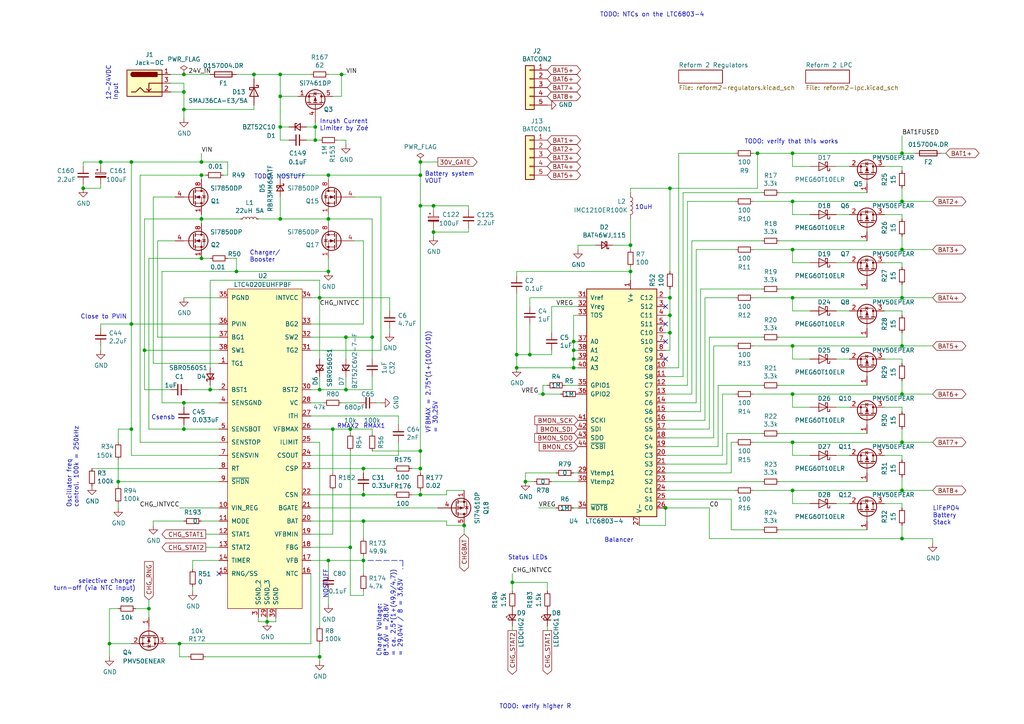
<source format=kicad_sch>
(kicad_sch (version 20211123) (generator eeschema)
  (paper "A4")
  (title_block (title "MNT Reform 2 Power System") (date "2022-10-12") (rev "2.5D-1") (company "MNT Research GmbH") (comment 1 "https://mntre.com") (comment 2 "Engineer: Lukas F. Hartmann") (comment 3 "License: CERN-OHL-S 2.0"))
  (junction (at 166.37 104.14))
  (junction (at 134.62 152.4))
  (junction (at 68.58 78.74))
  (junction (at 121.92 135.89))
  (junction (at 105.41 143.51))
  (junction (at 95.25 63.5))
  (junction (at 229.87 44.45))
  (junction (at 229.87 128.27))
  (junction (at 100.33 97.79))
  (junction (at 43.18 176.53))
  (junction (at 129.54 -17.78))
  (junction (at 100.33 113.03))
  (junction (at 58.42 63.5))
  (junction (at 125.73 67.31))
  (junction (at 105.41 162.56))
  (junction (at 129.54 -25.4))
  (junction (at 229.87 72.39))
  (junction (at 194.31 86.36))
  (junction (at 229.87 114.3))
  (junction (at 53.34 116.84))
  (junction (at 104.14 -29.21))
  (junction (at 52.07 186.69))
  (junction (at 261.62 44.45))
  (junction (at 229.87 58.42))
  (junction (at 96.52 124.46))
  (junction (at 81.28 27.94))
  (junction (at 166.37 99.06))
  (junction (at 194.31 96.52))
  (junction (at 153.67 102.87))
  (junction (at 261.62 100.33))
  (junction (at 261.62 128.27))
  (junction (at 77.47 180.34))
  (junction (at 121.92 46.99))
  (junction (at 229.87 100.33))
  (junction (at 91.44 36.83))
  (junction (at 91.44 40.64))
  (junction (at 121.92 130.81))
  (junction (at 92.71 86.36))
  (junction (at 53.34 31.75))
  (junction (at 92.71 113.03))
  (junction (at 121.92 50.8))
  (junction (at 194.31 91.44))
  (junction (at 73.66 21.59))
  (junction (at 92.71 190.5))
  (junction (at 31.75 186.69))
  (junction (at 101.6 124.46))
  (junction (at 95.25 162.56))
  (junction (at 95.25 78.74))
  (junction (at 157.48 114.3))
  (junction (at 219.71 44.45))
  (junction (at 53.34 21.59))
  (junction (at 261.62 156.21))
  (junction (at 60.96 113.03))
  (junction (at 261.62 142.24))
  (junction (at 58.42 74.93))
  (junction (at 105.41 135.89))
  (junction (at 194.31 54.61))
  (junction (at 121.92 59.69))
  (junction (at 107.95 97.79))
  (junction (at 58.42 50.8))
  (junction (at 29.21 46.99))
  (junction (at 58.42 46.99))
  (junction (at 81.28 21.59))
  (junction (at 95.25 50.8))
  (junction (at 182.88 71.12))
  (junction (at 101.6 158.75))
  (junction (at 81.28 63.5))
  (junction (at 99.06 21.59))
  (junction (at 166.37 106.68))
  (junction (at 38.1 46.99))
  (junction (at 38.1 93.98))
  (junction (at 149.86 102.87))
  (junction (at 193.04 147.32))
  (junction (at 166.37 101.6))
  (junction (at 149.86 106.68))
  (junction (at 53.34 26.67))
  (junction (at 229.87 142.24))
  (junction (at 125.73 59.69))
  (junction (at 34.29 139.7))
  (junction (at 261.62 86.36))
  (junction (at 38.1 124.46))
  (junction (at 182.88 78.74))
  (junction (at 261.62 58.42))
  (junction (at 53.34 124.46))
  (junction (at 24.13 54.61))
  (junction (at 41.91 101.6))
  (junction (at 152.4 139.7))
  (junction (at 105.41 151.13))
  (junction (at 81.28 36.83))
  (junction (at 261.62 114.3))
  (junction (at 121.92 143.51))
  (junction (at 261.62 72.39))
  (junction (at 229.87 86.36))
  (junction (at 148.59 168.91))
  (no_connect (at 193.04 93.98))
  (no_connect (at 193.04 104.14))
  (no_connect (at 63.5 166.37))
  (no_connect (at 179.07 -21.59))
  (no_connect (at 179.07 -13.97))
  (no_connect (at 193.04 99.06))
  (no_connect (at 193.04 88.9))
  (wire (pts (xy 229.87 104.14) (xy 229.87 100.33)))
  (wire (pts (xy 261.62 54.61) (xy 261.62 58.42)))
  (wire (pts (xy 220.98 55.88) (xy 198.12 55.88)))
  (wire (pts (xy 101.6 125.73) (xy 101.6 124.46)))
  (wire (pts (xy 105.41 166.37) (xy 105.41 162.56)))
  (wire (pts (xy 105.41 135.89) (xy 114.3 135.89)))
  (wire (pts (xy 125.73 68.58) (xy 125.73 67.31)))
  (wire (pts (xy 261.62 58.42) (xy 270.51 58.42)))
  (wire (pts (xy 218.44 100.33) (xy 229.87 100.33)))
  (wire (pts (xy 152.4 137.16) (xy 152.4 139.7)))
  (wire (pts (xy 58.42 64.77) (xy 58.42 63.5)))
  (wire (pts (xy 100.33 21.59) (xy 99.06 21.59)))
  (wire (pts (xy 90.17 158.75) (xy 101.6 158.75)))
  (wire (pts (xy 104.14 -29.21) (xy 104.14 -27.94)))
  (wire (pts (xy 256.54 118.11) (xy 261.62 118.11)))
  (wire (pts (xy 226.06 55.88) (xy 251.46 55.88)))
  (wire (pts (xy 261.62 142.24) (xy 270.51 142.24)))
  (wire (pts (xy 220.98 83.82) (xy 203.2 83.82)))
  (wire (pts (xy 43.18 176.53) (xy 43.18 179.07)))
  (wire (pts (xy 219.71 44.45) (xy 219.71 54.61)))
  (wire (pts (xy 90.17 21.59) (xy 81.28 21.59)))
  (wire (pts (xy 121.92 50.8) (xy 121.92 59.69)))
  (wire (pts (xy 96.52 142.24) (xy 96.52 154.94)))
  (wire (pts (xy 201.93 72.39) (xy 201.93 116.84)))
  (wire (pts (xy 135.89 59.69) (xy 135.89 60.96)))
  (wire (pts (xy 96.52 137.16) (xy 96.52 124.46)))
  (wire (pts (xy 209.55 114.3) (xy 209.55 132.08)))
  (wire (pts (xy 166.37 137.16) (xy 167.64 137.16)))
  (wire (pts (xy 229.87 86.36) (xy 261.62 86.36)))
  (wire (pts (xy 53.34 21.59) (xy 60.96 21.59)))
  (wire (pts (xy 218.44 72.39) (xy 229.87 72.39)))
  (wire (pts (xy 52.07 186.69) (xy 90.17 186.69)))
  (wire (pts (xy 212.09 153.67) (xy 212.09 144.78)))
  (wire (pts (xy 220.98 139.7) (xy 193.04 139.7)))
  (wire (pts (xy 234.95 104.14) (xy 229.87 104.14)))
  (wire (pts (xy 77.47 180.34) (xy 77.47 179.07)))
  (wire (pts (xy 199.39 58.42) (xy 213.36 58.42)))
  (wire (pts (xy 198.12 109.22) (xy 193.04 109.22)))
  (wire (pts (xy 92.71 40.64) (xy 91.44 40.64)))
  (wire (pts (xy 261.62 156.21) (xy 270.51 156.21)))
  (wire (pts (xy 129.54 143.51) (xy 129.54 142.24)))
  (wire (pts (xy 41.91 63.5) (xy 58.42 63.5)))
  (wire (pts (xy 226.06 111.76) (xy 251.46 111.76)))
  (wire (pts (xy 194.31 86.36) (xy 193.04 86.36)))
  (wire (pts (xy 194.31 83.82) (xy 194.31 86.36)))
  (wire (pts (xy 92.71 113.03) (xy 100.33 113.03)))
  (wire (pts (xy 104.14 -29.21) (xy 153.67 -29.21)))
  (wire (pts (xy 38.1 93.98) (xy 63.5 93.98)))
  (wire (pts (xy 104.14 116.84) (xy 99.06 116.84)))
  (wire (pts (xy 129.54 152.4) (xy 134.62 152.4)))
  (wire (pts (xy 148.59 168.91) (xy 148.59 171.45)))
  (wire (pts (xy 58.42 74.93) (xy 60.96 74.93)))
  (wire (pts (xy 177.8 71.12) (xy 182.88 71.12)))
  (wire (pts (xy 129.54 151.13) (xy 129.54 152.4)))
  (wire (pts (xy 113.03 96.52) (xy 113.03 95.25)))
  (wire (pts (xy 229.87 62.23) (xy 229.87 58.42)))
  (wire (pts (xy 234.95 48.26) (xy 229.87 48.26)))
  (wire (pts (xy 90.17 166.37) (xy 90.17 186.69)))
  (wire (pts (xy 49.53 26.67) (xy 53.34 26.67)))
  (wire (pts (xy 207.01 100.33) (xy 207.01 127)))
  (wire (pts (xy 54.61 113.03) (xy 60.96 113.03)))
  (wire (pts (xy 107.95 63.5) (xy 95.25 63.5)))
  (wire (pts (xy 43.18 74.93) (xy 58.42 74.93)))
  (wire (pts (xy 115.57 120.65) (xy 90.17 120.65)))
  (wire (pts (xy 105.41 151.13) (xy 105.41 156.21)))
  (wire (pts (xy 40.64 50.8) (xy 40.64 128.27)))
  (wire (pts (xy 149.86 102.87) (xy 153.67 102.87)))
  (wire (pts (xy 270.51 156.21) (xy 270.51 157.48)))
  (wire (pts (xy 100.33 109.22) (xy 100.33 113.03)))
  (wire (pts (xy 34.29 176.53) (xy 31.75 176.53)))
  (wire (pts (xy 92.71 128.27) (xy 92.71 181.61)))
  (wire (pts (xy 125.73 -17.78) (xy 129.54 -17.78)))
  (wire (pts (xy 261.62 104.14) (xy 261.62 105.41)))
  (wire (pts (xy 218.44 128.27) (xy 229.87 128.27)))
  (wire (pts (xy 196.85 106.68) (xy 193.04 106.68)))
  (polyline (pts (xy 106.68 162.56) (xy 116.84 162.56)))
  (wire (pts (xy 74.93 63.5) (xy 81.28 63.5)))
  (wire (pts (xy 53.34 24.13) (xy 53.34 26.67)))
  (wire (pts (xy 49.53 24.13) (xy 53.34 24.13)))
  (wire (pts (xy 74.93 179.07) (xy 74.93 180.34)))
  (wire (pts (xy 68.58 78.74) (xy 95.25 78.74)))
  (wire (pts (xy 101.6 130.81) (xy 101.6 158.75)))
  (wire (pts (xy 90.17 154.94) (xy 96.52 154.94)))
  (wire (pts (xy 63.5 135.89) (xy 26.67 135.89)))
  (wire (pts (xy 167.64 71.12) (xy 167.64 72.39)))
  (wire (pts (xy 234.95 62.23) (xy 229.87 62.23)))
  (wire (pts (xy 167.64 88.9) (xy 160.02 88.9)))
  (wire (pts (xy 129.54 142.24) (xy 134.62 142.24)))
  (wire (pts (xy 34.29 139.7) (xy 63.5 139.7)))
  (wire (pts (xy 95.25 78.74) (xy 95.25 74.93)))
  (wire (pts (xy 107.95 109.22) (xy 107.95 113.03)))
  (wire (pts (xy 115.57 132.08) (xy 115.57 128.27)))
  (wire (pts (xy 125.73 59.69) (xy 135.89 59.69)))
  (wire (pts (xy 135.89 67.31) (xy 135.89 66.04)))
  (wire (pts (xy 261.62 90.17) (xy 261.62 91.44)))
  (wire (pts (xy 107.95 124.46) (xy 101.6 124.46)))
  (wire (pts (xy 34.29 128.27) (xy 34.29 124.46)))
  (wire (pts (xy 95.25 166.37) (xy 95.25 162.56)))
  (wire (pts (xy 68.58 74.93) (xy 68.58 78.74)))
  (wire (pts (xy 193.04 91.44) (xy 194.31 91.44)))
  (wire (pts (xy 107.95 113.03) (xy 100.33 113.03)))
  (wire (pts (xy 193.04 142.24) (xy 213.36 142.24)))
  (wire (pts (xy 219.71 44.45) (xy 229.87 44.45)))
  (wire (pts (xy 44.45 105.41) (xy 63.5 105.41)))
  (wire (pts (xy 256.54 48.26) (xy 261.62 48.26)))
  (wire (pts (xy 100.33 97.79) (xy 100.33 104.14)))
  (wire (pts (xy 229.87 118.11) (xy 229.87 114.3)))
  (wire (pts (xy 95.25 50.8) (xy 121.92 50.8)))
  (wire (pts (xy 157.48 111.76) (xy 157.48 114.3)))
  (wire (pts (xy 242.57 132.08) (xy 246.38 132.08)))
  (polyline (pts (xy 116.84 162.56) (xy 116.84 165.1)))
  (wire (pts (xy 40.64 128.27) (xy 63.5 128.27)))
  (wire (pts (xy 196.85 44.45) (xy 196.85 106.68)))
  (wire (pts (xy 156.21 114.3) (xy 157.48 114.3)))
  (wire (pts (xy 95.25 52.07) (xy 95.25 50.8)))
  (wire (pts (xy 242.57 76.2) (xy 246.38 76.2)))
  (wire (pts (xy 88.9 36.83) (xy 91.44 36.83)))
  (wire (pts (xy 39.37 176.53) (xy 43.18 176.53)))
  (wire (pts (xy 92.71 109.22) (xy 92.71 113.03)))
  (wire (pts (xy 152.4 139.7) (xy 154.94 139.7)))
  (wire (pts (xy 63.5 101.6) (xy 41.91 101.6)))
  (wire (pts (xy 125.73 67.31) (xy 125.73 66.04)))
  (wire (pts (xy 166.37 91.44) (xy 166.37 99.06)))
  (wire (pts (xy 153.67 88.9) (xy 153.67 86.36)))
  (wire (pts (xy 50.8 57.15) (xy 44.45 57.15)))
  (wire (pts (xy 107.95 125.73) (xy 107.95 124.46)))
  (wire (pts (xy 41.91 113.03) (xy 41.91 101.6)))
  (wire (pts (xy 153.67 102.87) (xy 160.02 102.87)))
  (wire (pts (xy 218.44 86.36) (xy 229.87 86.36)))
  (wire (pts (xy 105.41 161.29) (xy 105.41 162.56)))
  (wire (pts (xy 29.21 93.98) (xy 29.21 95.25)))
  (wire (pts (xy 81.28 50.8) (xy 95.25 50.8)))
  (wire (pts (xy 58.42 46.99) (xy 38.1 46.99)))
  (wire (pts (xy 53.34 151.13) (xy 44.45 151.13)))
  (wire (pts (xy 92.71 113.03) (xy 90.17 113.03)))
  (wire (pts (xy 58.42 50.8) (xy 40.64 50.8)))
  (wire (pts (xy 226.06 69.85) (xy 251.46 69.85)))
  (wire (pts (xy 149.86 80.01) (xy 149.86 78.74)))
  (wire (pts (xy 149.86 102.87) (xy 149.86 85.09)))
  (wire (pts (xy 96.52 124.46) (xy 101.6 124.46)))
  (wire (pts (xy 234.95 76.2) (xy 229.87 76.2)))
  (wire (pts (xy 129.54 -17.78) (xy 129.54 -19.05)))
  (wire (pts (xy 261.62 114.3) (xy 270.51 114.3)))
  (wire (pts (xy 46.99 116.84) (xy 53.34 116.84)))
  (wire (pts (xy 212.09 137.16) (xy 212.09 128.27)))
  (wire (pts (xy 53.34 118.11) (xy 53.34 116.84)))
  (wire (pts (xy 41.91 101.6) (xy 41.91 63.5)))
  (wire (pts (xy 226.06 139.7) (xy 251.46 139.7)))
  (wire (pts (xy 229.87 142.24) (xy 261.62 142.24)))
  (wire (pts (xy 114.3 143.51) (xy 105.41 143.51)))
  (wire (pts (xy 121.92 46.99) (xy 127 46.99)))
  (wire (pts (xy 81.28 57.15) (xy 81.28 63.5)))
  (wire (pts (xy 58.42 44.45) (xy 58.42 46.99)))
  (wire (pts (xy 261.62 68.58) (xy 261.62 72.39)))
  (wire (pts (xy 121.92 143.51) (xy 129.54 143.51)))
  (wire (pts (xy 125.73 -25.4) (xy 129.54 -25.4)))
  (wire (pts (xy 193.04 132.08) (xy 209.55 132.08)))
  (wire (pts (xy 167.64 86.36) (xy 153.67 86.36)))
  (wire (pts (xy 193.04 134.62) (xy 210.82 134.62)))
  (wire (pts (xy 234.95 146.05) (xy 229.87 146.05)))
  (wire (pts (xy 83.82 40.64) (xy 81.28 40.64)))
  (wire (pts (xy 261.62 39.37) (xy 261.62 44.45)))
  (wire (pts (xy 261.62 118.11) (xy 261.62 119.38)))
  (wire (pts (xy 265.43 44.45) (xy 261.62 44.45)))
  (wire (pts (xy 107.95 104.14) (xy 107.95 97.79)))
  (wire (pts (xy 182.88 54.61) (xy 182.88 55.88)))
  (wire (pts (xy 90.17 97.79) (xy 100.33 97.79)))
  (wire (pts (xy 90.17 124.46) (xy 96.52 124.46)))
  (wire (pts (xy 81.28 36.83) (xy 81.28 40.64)))
  (wire (pts (xy 81.28 27.94) (xy 86.36 27.94)))
  (wire (pts (xy 261.62 138.43) (xy 261.62 142.24)))
  (wire (pts (xy 198.12 55.88) (xy 198.12 109.22)))
  (wire (pts (xy 91.44 40.64) (xy 88.9 40.64)))
  (wire (pts (xy 95.25 63.5) (xy 95.25 62.23)))
  (wire (pts (xy 182.88 78.74) (xy 182.88 81.28)))
  (wire (pts (xy 121.92 143.51) (xy 121.92 142.24)))
  (wire (pts (xy 182.88 77.47) (xy 182.88 78.74)))
  (wire (pts (xy 34.29 147.32) (xy 34.29 146.05)))
  (wire (pts (xy 53.34 31.75) (xy 53.34 34.29)))
  (wire (pts (xy 193.04 152.4) (xy 193.04 147.32)))
  (wire (pts (xy 205.74 97.79) (xy 220.98 97.79)))
  (wire (pts (xy 161.29 137.16) (xy 152.4 137.16)))
  (wire (pts (xy 256.54 76.2) (xy 261.62 76.2)))
  (wire (pts (xy 261.62 76.2) (xy 261.62 77.47)))
  (wire (pts (xy 194.31 91.44) (xy 194.31 86.36)))
  (wire (pts (xy 153.67 93.98) (xy 153.67 102.87)))
  (wire (pts (xy 220.98 111.76) (xy 208.28 111.76)))
  (wire (pts (xy 92.71 190.5) (xy 92.71 191.77)))
  (wire (pts (xy 210.82 134.62) (xy 210.82 125.73)))
  (wire (pts (xy 45.72 97.79) (xy 63.5 97.79)))
  (wire (pts (xy 31.75 176.53) (xy 31.75 186.69)))
  (wire (pts (xy 121.92 59.69) (xy 121.92 130.81)))
  (wire (pts (xy 73.66 22.86) (xy 73.66 21.59)))
  (wire (pts (xy 38.1 132.08) (xy 38.1 124.46)))
  (wire (pts (xy 119.38 143.51) (xy 121.92 143.51)))
  (wire (pts (xy 226.06 97.79) (xy 251.46 97.79)))
  (wire (pts (xy 24.13 54.61) (xy 24.13 53.34)))
  (wire (pts (xy 167.64 101.6) (xy 166.37 101.6)))
  (wire (pts (xy 242.57 90.17) (xy 246.38 90.17)))
  (wire (pts (xy 92.71 104.14) (xy 92.71 86.36)))
  (wire (pts (xy 256.54 62.23) (xy 261.62 62.23)))
  (wire (pts (xy 167.64 91.44) (xy 166.37 91.44)))
  (wire (pts (xy 129.54 -25.4) (xy 129.54 -24.13)))
  (wire (pts (xy 105.41 142.24) (xy 105.41 143.51)))
  (wire (pts (xy 204.47 86.36) (xy 213.36 86.36)))
  (wire (pts (xy 229.87 72.39) (xy 261.62 72.39)))
  (wire (pts (xy 242.57 62.23) (xy 246.38 62.23)))
  (wire (pts (xy 95.25 162.56) (xy 105.41 162.56)))
  (wire (pts (xy 185.42 152.4) (xy 193.04 152.4)))
  (wire (pts (xy 229.87 100.33) (xy 261.62 100.33)))
  (wire (pts (xy 201.93 72.39) (xy 213.36 72.39)))
  (wire (pts (xy 193.04 127) (xy 207.01 127)))
  (wire (pts (xy 60.96 106.68) (xy 60.96 81.28)))
  (wire (pts (xy 261.62 82.55) (xy 261.62 86.36)))
  (wire (pts (xy 81.28 36.83) (xy 81.28 27.94)))
  (wire (pts (xy 105.41 137.16) (xy 105.41 135.89)))
  (wire (pts (xy 49.53 21.59) (xy 53.34 21.59)))
  (wire (pts (xy 92.71 81.28) (xy 92.71 86.36)))
  (wire (pts (xy 256.54 104.14) (xy 261.62 104.14)))
  (wire (pts (xy 29.21 101.6) (xy 29.21 100.33)))
  (wire (pts (xy 261.62 72.39) (xy 270.51 72.39)))
  (wire (pts (xy 234.95 132.08) (xy 229.87 132.08)))
  (wire (pts (xy 234.95 90.17) (xy 229.87 90.17)))
  (wire (pts (xy 218.44 44.45) (xy 219.71 44.45)))
  (wire (pts (xy 218.44 58.42) (xy 229.87 58.42)))
  (wire (pts (xy 205.74 156.21) (xy 261.62 156.21)))
  (wire (pts (xy 125.73 60.96) (xy 125.73 59.69)))
  (wire (pts (xy 90.17 162.56) (xy 95.25 162.56)))
  (wire (pts (xy 166.37 99.06) (xy 167.64 99.06)))
  (wire (pts (xy 99.06 21.59) (xy 99.06 27.94)))
  (wire (pts (xy 92.71 86.36) (xy 113.03 86.36)))
  (wire (pts (xy 261.62 128.27) (xy 270.51 128.27)))
  (wire (pts (xy 153.67 -17.78) (xy 129.54 -17.78)))
  (wire (pts (xy 166.37 104.14) (xy 167.64 104.14)))
  (wire (pts (xy 90.17 135.89) (xy 105.41 135.89)))
  (wire (pts (xy 80.01 180.34) (xy 77.47 180.34)))
  (wire (pts (xy 101.6 172.72) (xy 105.41 172.72)))
  (wire (pts (xy 194.31 101.6) (xy 194.31 96.52)))
  (wire (pts (xy 212.09 128.27) (xy 213.36 128.27)))
  (wire (pts (xy 158.75 182.88) (xy 158.75 181.61)))
  (wire (pts (xy 38.1 124.46) (xy 38.1 93.98)))
  (wire (pts (xy 179.07 -29.21) (xy 186.69 -29.21)))
  (wire (pts (xy 261.62 100.33) (xy 270.51 100.33)))
  (wire (pts (xy 29.21 48.26) (xy 29.21 46.99)))
  (wire (pts (xy 46.99 78.74) (xy 68.58 78.74)))
  (wire (pts (xy 48.26 186.69) (xy 52.07 186.69)))
  (wire (pts (xy 53.34 86.36) (xy 63.5 86.36)))
  (wire (pts (xy 81.28 63.5) (xy 95.25 63.5)))
  (wire (pts (xy 95.25 21.59) (xy 99.06 21.59)))
  (wire (pts (xy 105.41 171.45) (xy 105.41 172.72)))
  (wire (pts (xy 107.95 97.79) (xy 107.95 63.5)))
  (wire (pts (xy 256.54 90.17) (xy 261.62 90.17)))
  (wire (pts (xy 182.88 54.61) (xy 194.31 54.61)))
  (wire (pts (xy 166.37 106.68) (xy 166.37 104.14)))
  (wire (pts (xy 90.17 116.84) (xy 93.98 116.84)))
  (wire (pts (xy 31.75 190.5) (xy 31.75 186.69)))
  (wire (pts (xy 121.92 50.8) (xy 121.92 46.99)))
  (wire (pts (xy 63.5 162.56) (xy 55.88 162.56)))
  (wire (pts (xy 49.53 113.03) (xy 41.91 113.03)))
  (wire (pts (xy 45.72 69.85) (xy 45.72 97.79)))
  (wire (pts (xy 60.96 111.76) (xy 60.96 113.03)))
  (wire (pts (xy 193.04 137.16) (xy 212.09 137.16)))
  (wire (pts (xy 182.88 78.74) (xy 149.86 78.74)))
  (wire (pts (xy 193.04 111.76) (xy 199.39 111.76)))
  (wire (pts (xy 149.86 106.68) (xy 166.37 106.68)))
  (wire (pts (xy 179.07 -26.67) (xy 186.69 -26.67)))
  (wire (pts (xy 229.87 114.3) (xy 261.62 114.3)))
  (wire (pts (xy 105.41 143.51) (xy 90.17 143.51)))
  (wire (pts (xy 59.69 154.94) (xy 63.5 154.94)))
  (wire (pts (xy 58.42 63.5) (xy 58.42 62.23)))
  (wire (pts (xy 90.17 147.32) (xy 127 147.32)))
  (wire (pts (xy 38.1 132.08) (xy 63.5 132.08)))
  (wire (pts (xy 166.37 104.14) (xy 166.37 101.6)))
  (wire (pts (xy 149.86 -13.97) (xy 153.67 -13.97)))
  (wire (pts (xy 121.92 135.89) (xy 121.92 137.16)))
  (wire (pts (xy 208.28 129.54) (xy 193.04 129.54)))
  (wire (pts (xy 110.49 57.15) (xy 102.87 57.15)))
  (wire (pts (xy 69.85 63.5) (xy 58.42 63.5)))
  (wire (pts (xy 200.66 114.3) (xy 200.66 69.85)))
  (wire (pts (xy 66.04 50.8) (xy 64.77 50.8)))
  (wire (pts (xy 157.48 114.3) (xy 162.56 114.3)))
  (wire (pts (xy 261.62 96.52) (xy 261.62 100.33)))
  (wire (pts (xy 24.13 48.26) (xy 24.13 46.99)))
  (wire (pts (xy 55.88 162.56) (xy 55.88 165.1)))
  (wire (pts (xy 134.62 154.94) (xy 134.62 152.4)))
  (wire (pts (xy 53.34 31.75) (xy 73.66 31.75)))
  (wire (pts (xy 166.37 147.32) (xy 167.64 147.32)))
  (wire (pts (xy 34.29 139.7) (xy 34.29 133.35)))
  (wire (pts (xy 226.06 83.82) (xy 251.46 83.82)))
  (wire (pts (xy 163.83 111.76) (xy 167.64 111.76)))
  (wire (pts (xy 105.41 69.85) (xy 102.87 69.85)))
  (wire (pts (xy 24.13 54.61) (xy 29.21 54.61)))
  (wire (pts (xy 242.57 104.14) (xy 246.38 104.14)))
  (wire (pts (xy 92.71 86.36) (xy 90.17 86.36)))
  (wire (pts (xy 95.25 175.26) (xy 95.25 171.45)))
  (wire (pts (xy 44.45 151.13) (xy 44.45 152.4)))
  (wire (pts (xy 44.45 57.15) (xy 44.45 105.41)))
  (wire (pts (xy 55.88 171.45) (xy 55.88 170.18)))
  (wire (pts (xy 160.02 101.6) (xy 160.02 102.87)))
  (wire (pts (xy 83.82 36.83) (xy 81.28 36.83)))
  (wire (pts (xy 113.03 86.36) (xy 113.03 90.17)))
  (wire (pts (xy 92.71 186.69) (xy 92.71 190.5)))
  (wire (pts (xy 91.44 36.83) (xy 91.44 35.56)))
  (wire (pts (xy 212.09 144.78) (xy 193.04 144.78)))
  (wire (pts (xy 100.33 97.79) (xy 107.95 97.79)))
  (wire (pts (xy 193.04 96.52) (xy 194.31 96.52)))
  (wire (pts (xy 58.42 46.99) (xy 66.04 46.99)))
  (wire (pts (xy 205.74 124.46) (xy 205.74 97.79)))
  (wire (pts (xy 66.04 46.99) (xy 66.04 50.8)))
  (wire (pts (xy 261.62 48.26) (xy 261.62 49.53)))
  (wire (pts (xy 54.61 190.5) (xy 52.07 190.5)))
  (wire (pts (xy 194.31 54.61) (xy 219.71 54.61)))
  (wire (pts (xy 193.04 147.32) (xy 205.74 147.32)))
  (wire (pts (xy 53.34 26.67) (xy 53.34 31.75)))
  (wire (pts (xy 148.59 166.37) (xy 148.59 168.91)))
  (wire (pts (xy 261.62 62.23) (xy 261.62 63.5)))
  (wire (pts (xy 256.54 132.08) (xy 261.62 132.08)))
  (wire (pts (xy 199.39 58.42) (xy 199.39 111.76)))
  (wire (pts (xy 193.04 116.84) (xy 201.93 116.84)))
  (wire (pts (xy 226.06 153.67) (xy 251.46 153.67)))
  (wire (pts (xy 229.87 48.26) (xy 229.87 44.45)))
  (wire (pts (xy 148.59 182.88) (xy 148.59 181.61)))
  (wire (pts (xy 119.38 135.89) (xy 121.92 135.89)))
  (wire (pts (xy 105.41 151.13) (xy 129.54 151.13)))
  (wire (pts (xy 156.21 147.32) (xy 161.29 147.32)))
  (wire (pts (xy 234.95 118.11) (xy 229.87 118.11)))
  (wire (pts (xy 229.87 90.17) (xy 229.87 86.36)))
  (wire (pts (xy 203.2 119.38) (xy 193.04 119.38)))
  (wire (pts (xy 95.25 64.77) (xy 95.25 63.5)))
  (wire (pts (xy 80.01 179.07) (xy 80.01 180.34)))
  (wire (pts (xy 91.44 36.83) (xy 91.44 40.64)))
  (wire (pts (xy 229.87 132.08) (xy 229.87 128.27)))
  (wire (pts (xy 207.01 100.33) (xy 213.36 100.33)))
  (wire (pts (xy 157.48 111.76) (xy 158.75 111.76)))
  (wire (pts (xy 34.29 124.46) (xy 38.1 124.46)))
  (wire (pts (xy 73.66 21.59) (xy 68.58 21.59)))
  (wire (pts (xy 81.28 21.59) (xy 81.28 27.94)))
  (wire (pts (xy 63.5 124.46) (xy 53.34 124.46)))
  (wire (pts (xy 261.62 110.49) (xy 261.62 114.3)))
  (wire (pts (xy 193.04 121.92) (xy 204.47 121.92)))
  (wire (pts (xy 34.29 140.97) (xy 34.29 139.7)))
  (wire (pts (xy 74.93 180.34) (xy 77.47 180.34)))
  (wire (pts (xy 105.41 93.98) (xy 105.41 69.85)))
  (wire (pts (xy 205.74 147.32) (xy 205.74 156.21)))
  (wire (pts (xy 99.06 -29.21) (xy 104.14 -29.21)))
  (wire (pts (xy 160.02 88.9) (xy 160.02 96.52)))
  (wire (pts (xy 60.96 81.28) (xy 92.71 81.28)))
  (wire (pts (xy 31.75 186.69) (xy 38.1 186.69)))
  (wire (pts (xy 125.73 59.69) (xy 121.92 59.69)))
  (wire (pts (xy 63.5 151.13) (xy 58.42 151.13)))
  (wire (pts (xy 50.8 69.85) (xy 45.72 69.85)))
  (wire (pts (xy 256.54 146.05) (xy 261.62 146.05)))
  (wire (pts (xy 100.33 41.91) (xy 100.33 40.64)))
  (wire (pts (xy 107.95 130.81) (xy 121.92 130.81)))
  (wire (pts (xy 203.2 83.82) (xy 203.2 119.38)))
  (wire (pts (xy 220.98 153.67) (xy 212.09 153.67)))
  (wire (pts (xy 226.06 125.73) (xy 251.46 125.73)))
  (wire (pts (xy 194.31 54.61) (xy 194.31 78.74)))
  (wire (pts (xy 166.37 101.6) (xy 166.37 99.06)))
  (wire (pts (xy 60.96 113.03) (xy 63.5 113.03)))
  (wire (pts (xy 43.18 124.46) (xy 43.18 74.93)))
  (wire (pts (xy 149.86 102.87) (xy 149.86 106.68)))
  (wire (pts (xy 53.34 123.19) (xy 53.34 124.46)))
  (wire (pts (xy 81.28 21.59) (xy 73.66 21.59)))
  (wire (pts (xy 229.87 58.42) (xy 261.62 58.42)))
  (wire (pts (xy 81.28 52.07) (xy 81.28 50.8)))
  (wire (pts (xy 218.44 114.3) (xy 229.87 114.3)))
  (wire (pts (xy 229.87 44.45) (xy 261.62 44.45)))
  (wire (pts (xy 53.34 124.46) (xy 43.18 124.46)))
  (wire (pts (xy 24.13 46.99) (xy 29.21 46.99)))
  (wire (pts (xy 182.88 72.39) (xy 182.88 71.12)))
  (wire (pts (xy 90.17 93.98) (xy 105.41 93.98)))
  (wire (pts (xy 153.67 -25.4) (xy 129.54 -25.4)))
  (wire (pts (xy 193.04 101.6) (xy 194.31 101.6)))
  (wire (pts (xy 52.07 147.32) (xy 63.5 147.32)))
  (wire (pts (xy 29.21 46.99) (xy 38.1 46.99)))
  (wire (pts (xy 90.17 128.27) (xy 92.71 128.27)))
  (wire (pts (xy 209.55 114.3) (xy 213.36 114.3)))
  (wire (pts (xy 59.69 50.8) (xy 58.42 50.8)))
  (wire (pts (xy 208.28 111.76) (xy 208.28 129.54)))
  (wire (pts (xy 73.66 30.48) (xy 73.66 31.75)))
  (wire (pts (xy 38.1 93.98) (xy 29.21 93.98)))
  (wire (pts (xy 167.64 139.7) (xy 160.02 139.7)))
  (wire (pts (xy 210.82 125.73) (xy 220.98 125.73)))
  (wire (pts (xy 115.57 120.65) (xy 115.57 123.19)))
  (wire (pts (xy 261.62 152.4) (xy 261.62 156.21)))
  (wire (pts (xy 66.04 74.93) (xy 68.58 74.93)))
  (wire (pts (xy 242.57 146.05) (xy 246.38 146.05)))
  (wire (pts (xy 90.17 101.6) (xy 110.49 101.6)))
  (wire (pts (xy 100.33 40.64) (xy 97.79 40.64)))
  (wire (pts (xy 194.31 96.52) (xy 194.31 91.44)))
  (wire (pts (xy 101.6 158.75) (xy 101.6 172.72)))
  (wire (pts (xy 53.34 116.84) (xy 63.5 116.84)))
  (wire (pts (xy 43.18 173.99) (xy 43.18 176.53)))
  (wire (pts (xy 149.86 -10.16) (xy 149.86 -13.97)))
  (wire (pts (xy 242.57 118.11) (xy 246.38 118.11)))
  (wire (pts (xy 182.88 63.5) (xy 182.88 71.12)))
  (wire (pts (xy 261.62 124.46) (xy 261.62 128.27)))
  (wire (pts (xy 110.49 116.84) (xy 109.22 116.84)))
  (wire (pts (xy 229.87 76.2) (xy 229.87 72.39)))
  (wire (pts (xy 172.72 71.12) (xy 167.64 71.12)))
  (wire (pts (xy 229.87 146.05) (xy 229.87 142.24)))
  (wire (pts (xy 218.44 142.24) (xy 229.87 142.24)))
  (wire (pts (xy 99.06 27.94) (xy 96.52 27.94)))
  (wire (pts (xy 273.05 44.45) (xy 274.32 44.45)))
  (wire (pts (xy 110.49 101.6) (xy 110.49 57.15)))
  (wire (pts (xy 90.17 132.08) (xy 115.57 132.08)))
  (wire (pts (xy 52.07 186.69) (xy 52.07 190.5)))
  (wire (pts (xy 167.64 106.68) (xy 166.37 106.68)))
  (wire (pts (xy 158.75 171.45) (xy 158.75 168.91)))
  (wire (pts (xy 38.1 46.99) (xy 38.1 93.98)))
  (wire (pts (xy 158.75 168.91) (xy 148.59 168.91)))
  (wire (pts (xy 261.62 86.36) (xy 270.51 86.36)))
  (wire (pts (xy 261.62 146.05) (xy 261.62 147.32)))
  (wire (pts (xy 193.04 124.46) (xy 205.74 124.46)))
  (wire (pts (xy 242.57 48.26) (xy 246.38 48.26)))
  (wire (pts (xy 125.73 67.31) (xy 135.89 67.31)))
  (wire (pts (xy 229.87 128.27) (xy 261.62 128.27)))
  (wire (pts (xy 46.99 78.74) (xy 46.99 116.84)))
  (wire (pts (xy 204.47 86.36) (xy 204.47 121.92)))
  (wire (pts (xy 29.21 54.61) (xy 29.21 53.34)))
  (wire (pts (xy 200.66 69.85) (xy 220.98 69.85)))
  (wire (pts (xy 59.69 190.5) (xy 92.71 190.5)))
  (wire (pts (xy 58.42 50.8) (xy 58.42 52.07)))
  (wire (pts (xy 196.85 44.45) (xy 213.36 44.45)))
  (wire (pts (xy 261.62 132.08) (xy 261.62 133.35)))
  (wire (pts (xy 63.5 158.75) (xy 59.69 158.75)))
  (wire (pts (xy 90.17 151.13) (xy 105.41 151.13)))
  (wire (pts (xy 193.04 114.3) (xy 200.66 114.3)))
  (wire (pts (xy 121.92 130.81) (xy 121.92 135.89)))
  (text "Oscillator freq\ncontrol. 100k = 250kHz" (at 22.86 147.32 90) (effects (font (size 1.27 1.27)) (justify left bottom)))
  (text "TODO: double check with datasheet/ref circuit" (at 129.54 -43.18 0) (effects (font (size 1.27 1.27)) (justify left bottom)))
  (text "Csensb" (at 50.8 121.92 180) (effects (font (size 1.27 1.27)) (justify right bottom)))
  (text "Charge Voltage: \n8*3.6V = 28.8V\n= ca. 2.5*(1+(49.9/4.7))\n= 29.04V / 8 = 3.63V" (at 116.84 190.5 90) (effects (font (size 1.27 1.27)) (justify left bottom)))
  (text "Close to PVIN" (at 36.83 92.71 180) (effects (font (size 1.27 1.27)) (justify right bottom)))
  (text "Battery current\nand voltage monitor" (at 152.4 -33.02 180) (effects (font (size 1.27 1.27)) (justify right bottom)))
  (text "10uH" (at 184.15 60.96 0) (effects (font (size 1.27 1.27)) (justify left bottom)))
  (text "TODO: verify higher R\n" (at 144.78 205.74 0) (effects (font (size 1.27 1.27)) (justify left bottom)))
  (text "12-24VDC\nInput" (at 34.29 29.21 90) (effects (font (size 1.27 1.27)) (justify left bottom)))
  (text "Inrush Current\nLimiter by Zoé" (at 92.71 38.1 0) (effects (font (size 1.27 1.27)) (justify left bottom)))
  (text "LiFePO4\nBattery\nStack" (at 270.51 152.4 0) (effects (font (size 1.27 1.27)) (justify left bottom)))
  (text "Battery system\nVOUT" (at 123.19 53.34 0) (effects (font (size 1.27 1.27)) (justify left bottom)))
  (text "selective charger\nturn-off (via NTC input)" (at 39.37 171.45 180) (effects (font (size 1.27 1.27)) (justify right bottom)))
  (text "TODO: NTCs on the LTC6803-4" (at 173.99 5.08 0) (effects (font (size 1.27 1.27)) (justify left bottom)))
  (text "Status LEDs" (at 147.32 162.56 0) (effects (font (size 1.27 1.27)) (justify left bottom)))
  (text "VFBMAX = 2.75*(1+(100/10))\n= 30.25V" (at 127 125.73 90) (effects (font (size 1.27 1.27)) (justify left bottom)))
  (text "RMAX2" (at 104.14 124.46 180) (effects (font (size 1.27 1.27)) (justify right bottom)))
  (text "RMAX1" (at 111.76 124.46 180) (effects (font (size 1.27 1.27)) (justify right bottom)))
  (text "Balancer" (at 175.26 157.48 0) (effects (font (size 1.27 1.27)) (justify left bottom)))
  (text "TODO: verify that this works" (at 215.9 41.91 0) (effects (font (size 1.27 1.27)) (justify left bottom)))
  (text "Charger/\nBooster" (at 72.39 76.2 0) (effects (font (size 1.27 1.27)) (justify left bottom)))
  (text "TODO: NOSTUFF" (at 73.66 52.07 0) (effects (font (size 1.27 1.27)) (justify left bottom)))
  (text "NOSTUFF" (at 95.25 165.1 270) (effects (font (size 1.27 1.27)) (justify right bottom)))
  (label "BAT1FUSED" (at 125.73 -25.4 180))
  (label "VREG" (at 161.29 88.9 0))
  (label "VIN" (at 100.33 21.59 0))
  (label "C0" (at 205.74 147.32 0))
  (label "24V_IN" (at 54.61 21.59 0))
  (label "VIN" (at 58.42 44.45 0))
  (label "CHG_INTVCC" (at 148.59 166.37 0))
  (label "CHG_INTVCC" (at 52.07 147.32 180))
  (label "CHG_INTVCC" (at 92.71 88.9 0))
  (label "BAT1FUSED" (at 261.62 39.37 0))
  (label "VREG" (at 156.21 114.3 180))
  (label "VREG" (at 156.21 147.32 0))
  (global_label "INA_SCL" (shape input) (at 186.69 -29.21 0) (property "Intersheet References" "${INTERSHEET_REFS}" (effects hide)))
  (global_label "BAT3+" (shape bidirectional) (at 270.51 72.39 0) (property "Intersheet References" "${INTERSHEET_REFS}" (effects hide)))
  (global_label "BAT2+" (shape bidirectional) (at 270.51 58.42 0) (property "Intersheet References" "${INTERSHEET_REFS}" (effects hide)))
  (global_label "CHG_STAT1" (shape output) (at 158.75 182.88 270) (property "Intersheet References" "${INTERSHEET_REFS}" (effects hide)))
  (global_label "BAT5+" (shape bidirectional) (at 158.75 50.8 0) (property "Intersheet References" "${INTERSHEET_REFS}" (effects hide)))
  (global_label "BMON_SDO" (shape input) (at 167.64 127 180) (property "Intersheet References" "${INTERSHEET_REFS}" (effects hide)))
  (global_label "BAT3+" (shape bidirectional) (at 158.75 45.72 0) (property "Intersheet References" "${INTERSHEET_REFS}" (effects hide)))
  (global_label "BMON_CS" (shape input) (at 167.64 129.54 180) (property "Intersheet References" "${INTERSHEET_REFS}" (effects hide)))
  (global_label "CHG_RNG" (shape input) (at 43.18 173.99 90) (property "Intersheet References" "${INTERSHEET_REFS}" (effects hide)))
  (global_label "LPC_VCC" (shape input) (at 99.06 -29.21 180) (property "Intersheet References" "${INTERSHEET_REFS}" (effects hide)))
  (global_label "BAT7+" (shape bidirectional) (at 158.75 25.4 0) (property "Intersheet References" "${INTERSHEET_REFS}" (effects hide)))
  (global_label "BAT1+" (shape bidirectional) (at 274.32 44.45 0) (property "Intersheet References" "${INTERSHEET_REFS}" (effects hide)))
  (global_label "BAT6+" (shape bidirectional) (at 270.51 114.3 0) (property "Intersheet References" "${INTERSHEET_REFS}" (effects hide)))
  (global_label "CHGBAT" (shape bidirectional) (at 134.62 154.94 270) (property "Intersheet References" "${INTERSHEET_REFS}" (effects hide)))
  (global_label "CHGBAT" (shape bidirectional) (at 125.73 -17.78 180) (property "Intersheet References" "${INTERSHEET_REFS}" (effects hide)))
  (global_label "INA_SDA" (shape bidirectional) (at 186.69 -26.67 0) (property "Intersheet References" "${INTERSHEET_REFS}" (effects hide)))
  (global_label "CHG_STAT2" (shape output) (at 59.69 158.75 180) (property "Intersheet References" "${INTERSHEET_REFS}" (effects hide)))
  (global_label "BAT2+" (shape bidirectional) (at 158.75 43.18 0) (property "Intersheet References" "${INTERSHEET_REFS}" (effects hide)))
  (global_label "BAT1+" (shape bidirectional) (at 158.75 40.64 0) (property "Intersheet References" "${INTERSHEET_REFS}" (effects hide)))
  (global_label "BAT4+" (shape bidirectional) (at 270.51 86.36 0) (property "Intersheet References" "${INTERSHEET_REFS}" (effects hide)))
  (global_label "BAT5+" (shape bidirectional) (at 158.75 20.32 0) (property "Intersheet References" "${INTERSHEET_REFS}" (effects hide)))
  (global_label "BAT8+" (shape bidirectional) (at 158.75 27.94 0) (property "Intersheet References" "${INTERSHEET_REFS}" (effects hide)))
  (global_label "BAT6+" (shape bidirectional) (at 158.75 22.86 0) (property "Intersheet References" "${INTERSHEET_REFS}" (effects hide)))
  (global_label "BAT8+" (shape bidirectional) (at 270.51 142.24 0) (property "Intersheet References" "${INTERSHEET_REFS}" (effects hide)))
  (global_label "BAT5+" (shape bidirectional) (at 270.51 100.33 0) (property "Intersheet References" "${INTERSHEET_REFS}" (effects hide)))
  (global_label "CHG_STAT2" (shape output) (at 148.59 182.88 270) (property "Intersheet References" "${INTERSHEET_REFS}" (effects hide)))
  (global_label "30V_GATE" (shape output) (at 127 46.99 0) (property "Intersheet References" "${INTERSHEET_REFS}" (effects hide)))
  (global_label "BAT7+" (shape bidirectional) (at 270.51 128.27 0) (property "Intersheet References" "${INTERSHEET_REFS}" (effects hide)))
  (global_label "CHG_STAT1" (shape output) (at 59.69 154.94 180) (property "Intersheet References" "${INTERSHEET_REFS}" (effects hide)))
  (global_label "BMON_SDI" (shape input) (at 167.64 124.46 180) (property "Intersheet References" "${INTERSHEET_REFS}" (effects hide)))
  (global_label "BMON_SCK" (shape input) (at 167.64 121.92 180) (property "Intersheet References" "${INTERSHEET_REFS}" (effects hide)))
  (global_label "BAT4+" (shape bidirectional) (at 158.75 48.26 0) (property "Intersheet References" "${INTERSHEET_REFS}" (effects hide)))
  (symbol (lib_id "Connector:Barrel_Jack_Switch") (at 41.91 24.13 0) (unit 1)
    (property "Reference" "J1" (at 43.3578 15.875 0))
    (property "Value" "Jack-DC" (at 43.3578 18.1864 0))
    (property "Footprint" "footprints:SWC_RAPC712X" (effects hide))
    (property "Manufacturer" "Switchcraft" (effects hide))
    (property "Manufacturer_No" "RAPC712X" (effects hide))
    (property "Checked" "y" (effects hide))
    (property "Distributor" "Mouser" (effects hide))
  )
  (symbol (lib_id "power:GND") (at 270.51 157.48 0) (unit 1)
    (property "Reference" "#PWR0105" (effects hide))
    (property "Value" "GND" (at 270.637 161.8742 0))
  )
  (symbol (lib_id "Battery_Management:LTC6803-4") (at 180.34 116.84 0) (unit 1)
    (property "Reference" "U4" (at 166.37 151.13 0))
    (property "Value" "LTC6803-4" (at 175.26 151.13 0))
    (property "Footprint" "Package_SO:SSOP-44_5.3x12.8mm_P0.5mm" (effects hide))
    (property "Datasheet" "https://www.analog.com/media/en/technical-documentation/data-sheets/680324fa.pdf" (effects hide))
    (property "Manufacturer" "Analog Devices" (effects hide))
    (property "Manufacturer_No" "LTC6803IG-4#PBF" (effects hide))
    (property "Checked" "y" (effects hide))
    (property "Distributor" "Mouser" (effects hide))
  )
  (symbol (lib_id "Transistor_FET:DMG2301L") (at 251.46 134.62 270) (mirror x) (unit 1)
    (property "Reference" "Q11" (at 245.11 129.54 90))
    (property "Value" "PMV50EPEAR" (at 259.08 129.54 90))
    (property "Footprint" "Package_TO_SOT_SMD:SOT-23" (effects hide))
    (property "Datasheet" "https://www.diodes.com/assets/Datasheets/DMG2301L.pdf" (effects hide))
    (property "Manufacturer_No" "PMV50EPEAR" (effects hide))
    (property "Manufacturer" "Nexperia" (effects hide))
    (property "Checked" "y" (effects hide))
    (property "Distributor" "Mouser" (effects hide))
  )
  (symbol (lib_id "Device:R_Small") (at 223.52 139.7 270) (unit 1)
    (property "Reference" "R23" (at 223.52 134.7216 90))
    (property "Value" "3.3k" (at 223.52 137.033 90))
    (property "Footprint" "Resistor_SMD:R_0603_1608Metric" (effects hide))
    (property "Manufacturer" "Vishay Dale" (effects hide))
    (property "Manufacturer_No" "CRCW06033K30FKEAC" (effects hide))
    (property "Checked" "y" (effects hide))
    (property "Distributor" "Mouser" (effects hide))
  )
  (symbol (lib_id "Device:R_Small") (at 215.9 128.27 270) (unit 1)
    (property "Reference" "R15" (at 215.9 133.35 90))
    (property "Value" "100" (at 215.9 130.81 90))
    (property "Footprint" "Resistor_SMD:R_0603_1608Metric" (effects hide))
    (property "Manufacturer" "Vishay Dale" (effects hide))
    (property "Manufacturer_No" "CRCW0603100RFKEAC" (effects hide))
    (property "Distributor" "Mouser" (effects hide))
    (property "Checked" "y" (effects hide))
  )
  (symbol (lib_id "Device:R_Small") (at 261.62 135.89 180) (unit 1)
    (property "Reference" "R31" (at 256.54 135.89 90))
    (property "Value" "15" (at 259.08 135.89 90))
    (property "Footprint" "Resistor_SMD:R_2512_6332Metric" (effects hide))
    (property "Manufacturer" "TE Connectivity" (effects hide))
    (property "Manufacturer_No" "35224R7JT" (effects hide))
    (property "Distributor" "Mouser" (effects hide))
    (property "Checked" "y" (effects hide))
  )
  (symbol (lib_id "Transistor_FET:DMG2301L") (at 251.46 50.8 270) (mirror x) (unit 1)
    (property "Reference" "Q5" (at 248.92 53.34 90))
    (property "Value" "PMV50EPEAR" (at 259.08 45.72 90))
    (property "Footprint" "Package_TO_SOT_SMD:SOT-23" (effects hide))
    (property "Manufacturer_No" "PMV50EPEAR" (effects hide))
    (property "Manufacturer" "Nexperia" (effects hide))
    (property "Checked" "y" (effects hide))
    (property "Distributor" "Mouser" (effects hide))
  )
  (symbol (lib_id "Device:R_Small") (at 223.52 55.88 270) (unit 1)
    (property "Reference" "R17" (at 223.52 50.9016 90))
    (property "Value" "3.3k" (at 223.52 53.213 90))
    (property "Footprint" "Resistor_SMD:R_0603_1608Metric" (effects hide))
    (property "Manufacturer" "Vishay Dale" (effects hide))
    (property "Manufacturer_No" "CRCW06033K30FKEAC" (effects hide))
    (property "Checked" "y" (effects hide))
    (property "Distributor" "Mouser" (effects hide))
  )
  (symbol (lib_id "Device:R_Small") (at 215.9 44.45 270) (unit 1)
    (property "Reference" "R9" (at 215.9 49.53 90))
    (property "Value" "100" (at 215.9 46.99 90))
    (property "Footprint" "Resistor_SMD:R_0603_1608Metric" (effects hide))
    (property "Manufacturer" "Vishay Dale" (effects hide))
    (property "Manufacturer_No" "CRCW0603100RFKEAC" (effects hide))
    (property "Distributor" "Mouser" (effects hide))
    (property "Checked" "y" (effects hide))
  )
  (symbol (lib_id "Device:R_Small") (at 261.62 52.07 180) (unit 1)
    (property "Reference" "R25" (at 256.54 52.07 90))
    (property "Value" "15" (at 259.08 52.07 90))
    (property "Footprint" "Resistor_SMD:R_2512_6332Metric" (effects hide))
    (property "Manufacturer" "TE Connectivity" (effects hide))
    (property "Manufacturer_No" "35224R7JT" (effects hide))
    (property "Distributor" "Mouser" (effects hide))
    (property "Checked" "y" (effects hide))
  )
  (symbol (lib_id "Transistor_FET:DMG2301L") (at 251.46 120.65 270) (mirror x) (unit 1)
    (property "Reference" "Q10" (at 245.11 115.57 90))
    (property "Value" "PMV50EPEAR" (at 259.08 115.57 90))
    (property "Footprint" "Package_TO_SOT_SMD:SOT-23" (effects hide))
    (property "Datasheet" "https://www.diodes.com/assets/Datasheets/DMG2301L.pdf" (effects hide))
    (property "Manufacturer_No" "PMV50EPEAR" (effects hide))
    (property "Manufacturer" "Nexperia" (effects hide))
    (property "Checked" "y" (effects hide))
    (property "Distributor" "Mouser" (effects hide))
  )
  (symbol (lib_id "Device:R_Small") (at 223.52 125.73 270) (unit 1)
    (property "Reference" "R22" (at 223.52 120.7516 90))
    (property "Value" "3.3k" (at 223.52 123.063 90))
    (property "Footprint" "Resistor_SMD:R_0603_1608Metric" (effects hide))
    (property "Manufacturer" "Vishay Dale" (effects hide))
    (property "Manufacturer_No" "CRCW06033K30FKEAC" (effects hide))
    (property "Checked" "y" (effects hide))
    (property "Distributor" "Mouser" (effects hide))
  )
  (symbol (lib_id "Device:R_Small") (at 215.9 114.3 270) (unit 1)
    (property "Reference" "R14" (at 215.9 119.38 90))
    (property "Value" "100" (at 215.9 116.84 90))
    (property "Footprint" "Resistor_SMD:R_0603_1608Metric" (effects hide))
    (property "Manufacturer" "Vishay Dale" (effects hide))
    (property "Manufacturer_No" "CRCW0603100RFKEAC" (effects hide))
    (property "Distributor" "Mouser" (effects hide))
    (property "Checked" "y" (effects hide))
  )
  (symbol (lib_id "Device:R_Small") (at 261.62 121.92 180) (unit 1)
    (property "Reference" "R30" (at 256.54 121.92 90))
    (property "Value" "15" (at 259.08 121.92 90))
    (property "Footprint" "Resistor_SMD:R_2512_6332Metric" (effects hide))
    (property "Manufacturer" "TE Connectivity" (effects hide))
    (property "Manufacturer_No" "35224R7JT" (effects hide))
    (property "Distributor" "Mouser" (effects hide))
    (property "Checked" "y" (effects hide))
  )
  (symbol (lib_id "Transistor_FET:DMG2301L") (at 251.46 106.68 270) (mirror x) (unit 1)
    (property "Reference" "Q9" (at 245.11 101.6 90))
    (property "Value" "PMV50EPEAR" (at 259.08 101.6 90))
    (property "Footprint" "Package_TO_SOT_SMD:SOT-23" (effects hide))
    (property "Datasheet" "https://www.diodes.com/assets/Datasheets/DMG2301L.pdf" (effects hide))
    (property "Manufacturer_No" "PMV50EPEAR" (effects hide))
    (property "Manufacturer" "Nexperia" (effects hide))
    (property "Checked" "y" (effects hide))
    (property "Distributor" "Mouser" (effects hide))
  )
  (symbol (lib_id "Device:R_Small") (at 223.52 111.76 270) (unit 1)
    (property "Reference" "R21" (at 223.52 106.7816 90))
    (property "Value" "3.3k" (at 223.52 109.093 90))
    (property "Footprint" "Resistor_SMD:R_0603_1608Metric" (effects hide))
    (property "Manufacturer" "Vishay Dale" (effects hide))
    (property "Manufacturer_No" "CRCW06033K30FKEAC" (effects hide))
    (property "Checked" "y" (effects hide))
    (property "Distributor" "Mouser" (effects hide))
  )
  (symbol (lib_id "Device:R_Small") (at 215.9 100.33 270) (unit 1)
    (property "Reference" "R13" (at 215.9 105.41 90))
    (property "Value" "100" (at 215.9 102.87 90))
    (property "Footprint" "Resistor_SMD:R_0603_1608Metric" (effects hide))
    (property "Manufacturer" "Vishay Dale" (effects hide))
    (property "Manufacturer_No" "CRCW0603100RFKEAC" (effects hide))
    (property "Distributor" "Mouser" (effects hide))
    (property "Checked" "y" (effects hide))
  )
  (symbol (lib_id "Device:R_Small") (at 261.62 107.95 180) (unit 1)
    (property "Reference" "R29" (at 256.54 107.95 90))
    (property "Value" "15" (at 259.08 107.95 90))
    (property "Footprint" "Resistor_SMD:R_2512_6332Metric" (effects hide))
    (property "Manufacturer" "TE Connectivity" (effects hide))
    (property "Manufacturer_No" "35224R7JT" (effects hide))
    (property "Distributor" "Mouser" (effects hide))
    (property "Checked" "y" (effects hide))
  )
  (symbol (lib_id "Transistor_FET:DMG2301L") (at 251.46 92.71 270) (mirror x) (unit 1)
    (property "Reference" "Q8" (at 245.11 87.63 90))
    (property "Value" "PMV50EPEAR" (at 259.08 87.63 90))
    (property "Footprint" "Package_TO_SOT_SMD:SOT-23" (effects hide))
    (property "Datasheet" "https://www.diodes.com/assets/Datasheets/DMG2301L.pdf" (effects hide))
    (property "Manufacturer_No" "PMV50EPEAR" (effects hide))
    (property "Manufacturer" "Nexperia" (effects hide))
    (property "Checked" "y" (effects hide))
    (property "Distributor" "Mouser" (effects hide))
  )
  (symbol (lib_id "Device:R_Small") (at 223.52 97.79 270) (unit 1)
    (property "Reference" "R20" (at 223.52 92.8116 90))
    (property "Value" "3.3k" (at 223.52 95.123 90))
    (property "Footprint" "Resistor_SMD:R_0603_1608Metric" (effects hide))
    (property "Manufacturer" "Vishay Dale" (effects hide))
    (property "Manufacturer_No" "CRCW06033K30FKEAC" (effects hide))
    (property "Checked" "y" (effects hide))
    (property "Distributor" "Mouser" (effects hide))
  )
  (symbol (lib_id "Device:R_Small") (at 215.9 86.36 270) (unit 1)
    (property "Reference" "R12" (at 215.9 91.44 90))
    (property "Value" "100" (at 215.9 88.9 90))
    (property "Footprint" "Resistor_SMD:R_0603_1608Metric" (effects hide))
    (property "Manufacturer" "Vishay Dale" (effects hide))
    (property "Manufacturer_No" "CRCW0603100RFKEAC" (effects hide))
    (property "Distributor" "Mouser" (effects hide))
    (property "Checked" "y" (effects hide))
  )
  (symbol (lib_id "Device:R_Small") (at 261.62 93.98 180) (unit 1)
    (property "Reference" "R28" (at 256.54 93.98 90))
    (property "Value" "15" (at 259.08 93.98 90))
    (property "Footprint" "Resistor_SMD:R_2512_6332Metric" (effects hide))
    (property "Manufacturer" "TE Connectivity" (effects hide))
    (property "Manufacturer_No" "35224R7JT" (effects hide))
    (property "Distributor" "Mouser" (effects hide))
    (property "Checked" "y" (effects hide))
  )
  (symbol (lib_id "Transistor_FET:DMG2301L") (at 251.46 78.74 270) (mirror x) (unit 1)
    (property "Reference" "Q7" (at 245.11 73.66 90))
    (property "Value" "PMV50EPEAR" (at 259.08 73.66 90))
    (property "Footprint" "Package_TO_SOT_SMD:SOT-23" (effects hide))
    (property "Datasheet" "https://www.diodes.com/assets/Datasheets/DMG2301L.pdf" (effects hide))
    (property "Manufacturer_No" "PMV50EPEAR" (effects hide))
    (property "Manufacturer" "Nexperia" (effects hide))
    (property "Checked" "y" (effects hide))
    (property "Distributor" "Mouser" (effects hide))
  )
  (symbol (lib_id "Device:R_Small") (at 223.52 83.82 270) (unit 1)
    (property "Reference" "R19" (at 223.52 78.8416 90))
    (property "Value" "3.3k" (at 223.52 81.153 90))
    (property "Footprint" "Resistor_SMD:R_0603_1608Metric" (effects hide))
    (property "Manufacturer" "Vishay Dale" (effects hide))
    (property "Manufacturer_No" "CRCW06033K30FKEAC" (effects hide))
    (property "Checked" "y" (effects hide))
    (property "Distributor" "Mouser" (effects hide))
  )
  (symbol (lib_id "Device:R_Small") (at 215.9 72.39 270) (unit 1)
    (property "Reference" "R11" (at 215.9 77.47 90))
    (property "Value" "100" (at 215.9 74.93 90))
    (property "Footprint" "Resistor_SMD:R_0603_1608Metric" (effects hide))
    (property "Manufacturer" "Vishay Dale" (effects hide))
    (property "Manufacturer_No" "CRCW0603100RFKEAC" (effects hide))
    (property "Distributor" "Mouser" (effects hide))
    (property "Checked" "y" (effects hide))
  )
  (symbol (lib_id "Device:R_Small") (at 261.62 80.01 180) (unit 1)
    (property "Reference" "R27" (at 256.54 80.01 90))
    (property "Value" "15" (at 259.08 80.01 90))
    (property "Footprint" "Resistor_SMD:R_2512_6332Metric" (effects hide))
    (property "Manufacturer" "TE Connectivity" (effects hide))
    (property "Manufacturer_No" "35224R7JT" (effects hide))
    (property "Distributor" "Mouser" (effects hide))
    (property "Checked" "y" (effects hide))
  )
  (symbol (lib_id "Transistor_FET:DMG2301L") (at 251.46 64.77 270) (mirror x) (unit 1)
    (property "Reference" "Q6" (at 245.11 59.69 90))
    (property "Value" "PMV50EPEAR" (at 259.08 59.69 90))
    (property "Footprint" "Package_TO_SOT_SMD:SOT-23" (effects hide))
    (property "Datasheet" "https://www.diodes.com/assets/Datasheets/DMG2301L.pdf" (effects hide))
    (property "Manufacturer_No" "PMV50EPEAR" (effects hide))
    (property "Manufacturer" "Nexperia" (effects hide))
    (property "Checked" "y" (effects hide))
    (property "Distributor" "Mouser" (effects hide))
  )
  (symbol (lib_id "Device:R_Small") (at 223.52 69.85 270) (unit 1)
    (property "Reference" "R18" (at 223.52 64.8716 90))
    (property "Value" "3.3k" (at 223.52 67.183 90))
    (property "Footprint" "Resistor_SMD:R_0603_1608Metric" (effects hide))
    (property "Manufacturer" "Vishay Dale" (effects hide))
    (property "Manufacturer_No" "CRCW06033K30FKEAC" (effects hide))
    (property "Checked" "y" (effects hide))
    (property "Distributor" "Mouser" (effects hide))
  )
  (symbol (lib_id "Device:R_Small") (at 215.9 58.42 270) (unit 1)
    (property "Reference" "R10" (at 215.9 63.5 90))
    (property "Value" "100" (at 215.9 60.96 90))
    (property "Footprint" "Resistor_SMD:R_0603_1608Metric" (effects hide))
    (property "Manufacturer" "Vishay Dale" (effects hide))
    (property "Manufacturer_No" "CRCW0603100RFKEAC" (effects hide))
    (property "Distributor" "Mouser" (effects hide))
    (property "Checked" "y" (effects hide))
  )
  (symbol (lib_id "Device:R_Small") (at 261.62 66.04 180) (unit 1)
    (property "Reference" "R26" (at 256.54 66.04 90))
    (property "Value" "15" (at 259.08 66.04 90))
    (property "Footprint" "Resistor_SMD:R_2512_6332Metric" (effects hide))
    (property "Manufacturer" "TE Connectivity" (effects hide))
    (property "Manufacturer_No" "35224R7JT" (effects hide))
    (property "Distributor" "Mouser" (effects hide))
    (property "Checked" "y" (effects hide))
  )
  (symbol (lib_id "Transistor_FET:DMG2301L") (at 251.46 148.59 270) (mirror x) (unit 1)
    (property "Reference" "Q12" (at 245.11 143.51 90))
    (property "Value" "PMV50EPEAR" (at 259.08 143.51 90))
    (property "Footprint" "Package_TO_SOT_SMD:SOT-23" (effects hide))
    (property "Datasheet" "https://www.diodes.com/assets/Datasheets/DMG2301L.pdf" (effects hide))
    (property "Manufacturer_No" "PMV50EPEAR" (effects hide))
    (property "Manufacturer" "Nexperia" (effects hide))
    (property "Checked" "y" (effects hide))
    (property "Distributor" "Mouser" (effects hide))
  )
  (symbol (lib_id "Device:R_Small") (at 223.52 153.67 270) (unit 1)
    (property "Reference" "R24" (at 223.52 148.6916 90))
    (property "Value" "3.3k" (at 223.52 151.003 90))
    (property "Footprint" "Resistor_SMD:R_0603_1608Metric" (effects hide))
    (property "Manufacturer" "Vishay Dale" (effects hide))
    (property "Manufacturer_No" "CRCW06033K30FKEAC" (effects hide))
    (property "Checked" "y" (effects hide))
    (property "Distributor" "Mouser" (effects hide))
  )
  (symbol (lib_id "Device:R_Small") (at 215.9 142.24 270) (unit 1)
    (property "Reference" "R16" (at 215.9 147.32 90))
    (property "Value" "100" (at 215.9 144.78 90))
    (property "Footprint" "Resistor_SMD:R_0603_1608Metric" (effects hide))
    (property "Manufacturer" "Vishay Dale" (effects hide))
    (property "Manufacturer_No" "CRCW0603100RFKEAC" (effects hide))
    (property "Distributor" "Mouser" (effects hide))
    (property "Checked" "y" (effects hide))
  )
  (symbol (lib_id "Device:R_Small") (at 261.62 149.86 180) (unit 1)
    (property "Reference" "R32" (at 256.54 149.86 90))
    (property "Value" "15" (at 259.08 149.86 90))
    (property "Footprint" "Resistor_SMD:R_2512_6332Metric" (effects hide))
    (property "Manufacturer" "TE Connectivity" (effects hide))
    (property "Manufacturer_No" "35224R7JT" (effects hide))
    (property "Distributor" "Mouser" (effects hide))
    (property "Checked" "y" (effects hide))
  )
  (symbol (lib_id "Device:C_Small") (at 160.02 99.06 0) (unit 1)
    (property "Reference" "C5" (at 162.3568 97.8916 0) (effects (justify left)))
    (property "Value" "1uF" (at 162.3568 100.203 0) (effects (justify left)))
    (property "Footprint" "Capacitor_SMD:C_0603_1608Metric" (effects hide))
    (property "Manufacturer_No" "UMK107BJ105KA-T" (effects hide))
    (property "Manufacturer" "Taiyo Yuden" (effects hide))
    (property "Checked" "y" (effects hide))
    (property "Distributor" "Mouser" (effects hide))
  )
  (symbol (lib_id "Device:C_Small") (at 153.67 91.44 0) (unit 1)
    (property "Reference" "C4" (at 156.0068 90.2716 0) (effects (justify left)))
    (property "Value" "1uF" (at 156.0068 92.583 0) (effects (justify left)))
    (property "Footprint" "Capacitor_SMD:C_0603_1608Metric" (effects hide))
    (property "Manufacturer_No" "UMK107BJ105KA-T" (effects hide))
    (property "Manufacturer" "Taiyo Yuden" (effects hide))
    (property "Checked" "y" (effects hide))
    (property "Distributor" "Mouser" (effects hide))
  )
  (symbol (lib_id "power:GND") (at 149.86 106.68 0) (unit 1)
    (property "Reference" "#PWR0116" (effects hide))
    (property "Value" "GND" (at 149.987 111.0742 0))
  )
  (symbol (lib_id "Device:L") (at 182.88 59.69 0) (unit 1)
    (property "Reference" "L2" (at 179.07 58.42 0) (effects (justify left)))
    (property "Value" "IMC1210ER100K" (at 166.37 60.96 0) (effects (justify left)))
    (property "Footprint" "Inductor_SMD:L_1210_3225Metric" (effects hide))
    (property "Manufacturer" "Vishay Dale" (effects hide))
    (property "Manufacturer_No" "IMC1210ER100K" (effects hide))
    (property "Checked" "y" (effects hide))
    (property "Distributor" "Mouser" (effects hide))
  )
  (symbol (lib_id "Device:D_Schottky_Small") (at 175.26 71.12 180) (unit 1)
    (property "Reference" "D2" (at 175.26 65.913 0))
    (property "Value" "BAT46WJ,115" (at 175.26 68.2244 0))
    (property "Footprint" "Diode_SMD:D_SOD-323" (effects hide))
    (property "Manufacturer_No" "BAT46WJ,115" (effects hide))
    (property "Manufacturer" "Nexperia" (effects hide))
    (property "Checked" "y" (effects hide))
    (property "Distributor" "Mouser" (effects hide))
  )
  (symbol (lib_id "power:GND") (at 167.64 72.39 0) (unit 1)
    (property "Reference" "#PWR0118" (effects hide))
    (property "Value" "GND" (at 167.767 76.7842 0))
  )
  (symbol (lib_id "Device:R_Small") (at 182.88 74.93 0) (unit 1)
    (property "Reference" "R7" (at 184.3786 73.7616 0) (effects (justify left)))
    (property "Value" "100" (at 184.3786 76.073 0) (effects (justify left)))
    (property "Footprint" "Resistor_SMD:R_0603_1608Metric" (effects hide))
    (property "Manufacturer" "Vishay Dale" (effects hide))
    (property "Manufacturer_No" "CRCW0603100RFKEAC" (effects hide))
    (property "Distributor" "Mouser" (effects hide))
    (property "Checked" "y" (effects hide))
  )
  (symbol (lib_id "Device:C_Small") (at 149.86 82.55 0) (unit 1)
    (property "Reference" "C2" (at 152.1968 81.3816 0) (effects (justify left)))
    (property "Value" "0.1uF" (at 152.1968 83.693 0) (effects (justify left)))
    (property "Footprint" "Capacitor_SMD:C_0603_1608Metric" (effects hide))
    (property "Manufacturer" "Yageo" (effects hide))
    (property "Manufacturer_No" "CC0603JPX7R9BB104" (effects hide))
    (property "Checked" "y" (effects hide))
  )
  (symbol (lib_id "Device:R_Small") (at 161.29 111.76 90) (unit 1)
    (property "Reference" "R4" (at 161.29 109.22 90))
    (property "Value" "1M" (at 161.29 111.76 90))
    (property "Footprint" "Resistor_SMD:R_0603_1608Metric" (effects hide))
    (property "Manufacturer" "Yageo" (effects hide))
    (property "Manufacturer_No" "RC0603FR-071ML" (effects hide))
    (property "Distributor" "Mouser" (effects hide))
    (property "Checked" "y" (effects hide))
  )
  (symbol (lib_id "Device:R_Small") (at 165.1 114.3 90) (unit 1)
    (property "Reference" "R5" (at 165.1 110.49 90))
    (property "Value" "1M" (at 165.1 114.3 90))
    (property "Footprint" "Resistor_SMD:R_0603_1608Metric" (effects hide))
    (property "Manufacturer" "Yageo" (effects hide))
    (property "Manufacturer_No" "RC0603FR-071ML" (effects hide))
    (property "Distributor" "Mouser" (effects hide))
    (property "Checked" "y" (effects hide))
  )
  (symbol (lib_id "Device:R_Small") (at 163.83 147.32 90) (unit 1)
    (property "Reference" "R6" (at 163.83 144.78 90))
    (property "Value" "1M" (at 163.83 147.32 90))
    (property "Footprint" "Resistor_SMD:R_0603_1608Metric" (effects hide))
    (property "Manufacturer" "Yageo" (effects hide))
    (property "Manufacturer_No" "RC0603FR-071ML" (effects hide))
    (property "Distributor" "Mouser" (effects hide))
    (property "Checked" "y" (effects hide))
  )
  (symbol (lib_id "Transistor_FET:IRF8721PBF-1") (at 55.88 69.85 0) (unit 1)
    (property "Reference" "Q2" (at 61.087 71.0184 0) (effects (justify left)))
    (property "Value" "Si7850DP" (at 60.96 67.31 0) (effects (justify left)))
    (property "Footprint" "footprints:PowerPAK_SO-8_Single_8Pads" (effects hide))
    (property "Datasheet" "http://www.irf.com/product-info/datasheets/data/irf8721pbf-1.pdf" (effects hide))
    (property "Manufacturer" "Vishay Siliconix" (effects hide))
    (property "Checked" "y" (effects hide))
    (property "Distributor" "Mouser" (effects hide))
    (property "Manufacturer_No" "SI7850DP-T1-E3" (effects hide))
  )
  (symbol (lib_id "power:GND") (at 149.86 -10.16 0) (unit 1)
    (property "Reference" "#PWR0119" (effects hide))
    (property "Value" "GND" (at 149.987 -5.7658 0))
  )
  (symbol (lib_id "power:GND") (at 53.34 34.29 0) (unit 1)
    (property "Reference" "#PWR0120" (effects hide))
    (property "Value" "GND" (at 53.467 38.6842 0))
  )
  (symbol (lib_id "Device:R_Small") (at 163.83 137.16 270) (unit 1)
    (property "Reference" "R79" (at 163.83 134.62 90))
    (property "Value" "0" (at 163.83 137.16 90))
    (property "Footprint" "Resistor_SMD:R_0603_1608Metric" (effects hide))
    (property "Manufacturer" "Vishay Dale" (effects hide))
    (property "Manufacturer_No" "CRCW06030000Z0EAC" (effects hide))
    (property "Distributor" "Mouser" (effects hide))
    (property "Checked" "y" (effects hide))
  )
  (symbol (lib_id "Device:R_Small") (at 157.48 139.7 270) (unit 1)
    (property "Reference" "R78" (at 157.48 142.24 90))
    (property "Value" "0" (at 157.48 139.7 90))
    (property "Footprint" "Resistor_SMD:R_0603_1608Metric" (effects hide))
    (property "Manufacturer" "Vishay Dale" (effects hide))
    (property "Manufacturer_No" "CRCW06030000Z0EAC" (effects hide))
    (property "Distributor" "Mouser" (effects hide))
    (property "Checked" "y" (effects hide))
  )
  (symbol (lib_id "power:GND") (at 152.4 139.7 0) (unit 1)
    (property "Reference" "#PWR0191" (effects hide))
    (property "Value" "GND" (at 152.527 144.0942 0))
  )
  (symbol (lib_id "Device:R_Small") (at 194.31 81.28 180) (unit 1)
    (property "Reference" "R52" (at 189.23 81.28 90))
    (property "Value" "100" (at 191.77 81.28 90))
    (property "Footprint" "Resistor_SMD:R_0603_1608Metric" (effects hide))
    (property "Manufacturer" "Vishay Dale" (effects hide))
    (property "Manufacturer_No" "CRCW0603100RFKEAC" (effects hide))
    (property "Distributor" "Mouser" (effects hide))
    (property "Checked" "y" (effects hide))
  )
  (symbol (lib_id "Device:C_Small") (at 104.14 -25.4 0) (mirror y) (unit 1)
    (property "Reference" "C7" (at 101.8032 -26.5684 0) (effects (justify left)))
    (property "Value" "0.1uF" (at 101.8032 -24.257 0) (effects (justify left)))
    (property "Footprint" "Capacitor_SMD:C_0603_1608Metric" (effects hide))
    (property "Manufacturer" "Yageo" (effects hide))
    (property "Manufacturer_No" "CC0603JPX7R9BB104" (effects hide))
    (property "Checked" "y" (effects hide))
  )
  (symbol (lib_id "power:GND") (at 104.14 -22.86 0) (mirror y) (unit 1)
    (property "Reference" "#PWR0135" (effects hide))
    (property "Value" "GND" (at 104.013 -18.4658 0))
  )
  (symbol (lib_id "power:GND") (at 158.75 30.48 90) (unit 1)
    (property "Reference" "#PWR0240" (effects hide))
    (property "Value" "GND" (at 162.0012 30.353 90) (effects (justify right)))
  )
  (symbol (lib_id "Device:Fuse") (at 269.24 44.45 90) (unit 1)
    (property "Reference" "F2" (at 269.24 46.99 90))
    (property "Value" "0157004.DR" (at 269.24 41.91 90))
    (property "Footprint" "footprints:fuse_smf" (effects hide))
    (property "Manufacturer" "Littelfuse" (effects hide))
    (property "Manufacturer_No" "0157004.DR" (effects hide))
    (property "Checked" "y" (effects hide))
    (property "Distributor" "Mouser" (effects hide))
  )
  (symbol (lib_id "Device:Fuse") (at 64.77 21.59 90) (unit 1)
    (property "Reference" "F1" (at 64.77 24.13 90))
    (property "Value" "0157004.DR" (at 64.77 19.05 90))
    (property "Footprint" "footprints:fuse_smf" (effects hide))
    (property "Manufacturer" "Littelfuse" (effects hide))
    (property "Manufacturer_No" "0157004.DR" (effects hide))
    (property "Checked" "y" (effects hide))
    (property "Distributor" "Mouser" (effects hide))
  )
  (symbol (lib_id "Connector_Generic:Conn_01x05") (at 153.67 45.72 0) (mirror y) (unit 1)
    (property "Reference" "J13" (at 155.7528 35.1282 0))
    (property "Value" "BATCON1" (at 155.7528 37.4396 0))
    (property "Footprint" "Connector_Molex:Molex_Pico-Lock_504050-0591_1x05-1MP_P1.50mm_Horizontal" (effects hide))
    (property "Manufacturer_No" "504050-0591" (effects hide))
    (property "Manufacturer" "Molex" (effects hide))
    (property "Checked" "y" (effects hide))
    (property "Distributor" "Mouser" (effects hide))
  )
  (symbol (lib_id "Connector_Generic:Conn_01x05") (at 153.67 25.4 0) (mirror y) (unit 1)
    (property "Reference" "J2" (at 155.7528 14.8082 0))
    (property "Value" "BATCON2" (at 155.7528 17.1196 0))
    (property "Footprint" "Connector_Molex:Molex_Pico-Lock_504050-0591_1x05-1MP_P1.50mm_Horizontal" (effects hide))
    (property "Manufacturer" "Molex" (effects hide))
    (property "Manufacturer_No" "504050-0591" (effects hide))
    (property "Checked" "y" (effects hide))
    (property "Distributor" "Mouser" (effects hide))
  )
  (symbol (lib_id "reform2:LTC4020EUHFPBF") (at 58.42 104.14 0) (unit 1)
    (property "Reference" "U2" (at 76.2 80.01 0))
    (property "Value" "LTC4020EUHFPBF" (at 76.2 82.55 0))
    (property "Footprint" "Package_DFN_QFN:QFN-38-1EP_5x7mm_P0.5mm_EP3.15x5.15mm" (effects hide))
    (property "Field4" "ltc4020euhf#pbf" (effects hide))
    (property "Checked" "y" (effects hide))
    (property "Distributor" "Mouser" (effects hide))
    (property "Manufacturer" "Analog Devices" (effects hide))
    (property "Manufacturer_No" "LTC4020EUHF#PBF" (effects hide))
  )
  (symbol (lib_id "reform2:Si7465DP") (at 91.44 30.48 270) (mirror x) (unit 1)
    (property "Reference" "Q3" (at 95.25 31.75 90))
    (property "Value" "Si7461DP" (at 91.44 24.13 90))
    (property "Footprint" "footprints:PowerPAK_SO-8_Single_8Pads" (effects hide))
    (property "Checked" "y" (effects hide))
    (property "Distributor" "Mouser" (effects hide))
    (property "Manufacturer" "Vishay Siliconix" (effects hide))
    (property "Manufacturer_No" "SI7461DP-T1-E3" (effects hide))
  )
  (symbol (lib_id "Device:R_Small") (at 92.71 21.59 270) (unit 1)
    (property "Reference" "R167" (at 92.71 16.6116 90))
    (property "Value" "62" (at 92.71 18.923 90))
    (property "Footprint" "Resistor_SMD:R_0603_1608Metric" (effects hide))
    (property "Distributor" "Mouser" (effects hide))
    (property "Checked" "y" (effects hide))
    (property "Manufacturer" "Yageo" (effects hide))
    (property "Manufacturer_No" "RC0603FR-0762RL" (effects hide))
  )
  (symbol (lib_id "Device:R_Small") (at 95.25 40.64 90) (unit 1)
    (property "Reference" "R153" (at 96.4184 42.1386 0) (effects (justify right)))
    (property "Value" "1M" (at 94.107 42.1386 0) (effects (justify right)))
    (property "Footprint" "Resistor_SMD:R_0603_1608Metric" (effects hide))
    (property "Distributor" "Mouser" (effects hide))
    (property "Checked" "y" (effects hide))
    (property "Manufacturer" "Yageo" (effects hide))
    (property "Manufacturer_No" "RC0603FR-071ML" (effects hide))
  )
  (symbol (lib_id "power:GND") (at 100.33 41.91 0) (unit 1)
    (property "Reference" "#PWR010" (effects hide))
    (property "Value" "GND" (at 100.457 46.3042 0))
  )
  (symbol (lib_id "Device:C_Small") (at 86.36 40.64 90) (unit 1)
    (property "Reference" "C149" (at 86.36 44.45 90))
    (property "Value" "0.1uF" (at 86.36 46.99 90))
    (property "Footprint" "Capacitor_SMD:C_0603_1608Metric" (effects hide))
    (property "Manufacturer" "Yageo" (effects hide))
    (property "Manufacturer_No" "CC0603JPX7R9BB104" (effects hide))
    (property "Checked" "y" (effects hide))
  )
  (symbol (lib_id "Transistor_FET:IRF8721PBF-1") (at 55.88 57.15 0) (unit 1)
    (property "Reference" "Q1" (at 61.087 58.3184 0) (effects (justify left)))
    (property "Value" "Si7850DP" (at 60.96 54.61 0) (effects (justify left)))
    (property "Footprint" "footprints:PowerPAK_SO-8_Single_8Pads" (effects hide))
    (property "Datasheet" "http://www.irf.com/product-info/datasheets/data/irf8721pbf-1.pdf" (effects hide))
    (property "Manufacturer" "Vishay Siliconix" (effects hide))
    (property "Checked" "y" (effects hide))
    (property "Distributor" "Mouser" (effects hide))
    (property "Manufacturer_No" "SI7850DP-T1-E3" (effects hide))
  )
  (symbol (lib_id "Transistor_FET:IRF8721PBF-1") (at 97.79 57.15 0) (mirror y) (unit 1)
    (property "Reference" "Q15" (at 92.583 58.3184 0) (effects (justify left)))
    (property "Value" "Si7850DP" (at 92.71 54.61 0) (effects (justify left)))
    (property "Footprint" "footprints:PowerPAK_SO-8_Single_8Pads" (effects hide))
    (property "Datasheet" "http://www.irf.com/product-info/datasheets/data/irf8721pbf-1.pdf" (effects hide))
    (property "Manufacturer" "Vishay Siliconix" (effects hide))
    (property "Checked" "y" (effects hide))
    (property "Distributor" "Mouser" (effects hide))
    (property "Manufacturer_No" "SI7850DP-T1-E3" (effects hide))
  )
  (symbol (lib_id "Transistor_FET:IRF8721PBF-1") (at 97.79 69.85 0) (mirror y) (unit 1)
    (property "Reference" "Q17" (at 92.583 71.0184 0) (effects (justify left)))
    (property "Value" "Si7850DP" (at 92.71 67.31 0) (effects (justify left)))
    (property "Footprint" "footprints:PowerPAK_SO-8_Single_8Pads" (effects hide))
    (property "Datasheet" "http://www.irf.com/product-info/datasheets/data/irf8721pbf-1.pdf" (effects hide))
    (property "Manufacturer" "Vishay Siliconix" (effects hide))
    (property "Checked" "y" (effects hide))
    (property "Distributor" "Mouser" (effects hide))
    (property "Manufacturer_No" "SI7850DP-T1-E3" (effects hide))
  )
  (symbol (lib_id "Device:D_Zener_Small") (at 86.36 36.83 0) (unit 1)
    (property "Reference" "D1" (at 80.01 39.37 0) (effects (justify right)))
    (property "Value" "BZT52C10" (at 80.01 36.83 0) (effects (justify right)))
    (property "Footprint" "Diode_SMD:D_SOD-123" (effects hide))
    (property "Checked" "y" (effects hide))
    (property "Manufacturer" "Diodes, Inc." (effects hide))
    (property "Manufacturer_No" "BZT52C10-7-F" (effects hide))
    (property "Distributor" "Mouser" (effects hide))
  )
  (symbol (lib_id "Device:L_Small") (at 72.39 63.5 90) (unit 1)
    (property "Reference" "L1" (at 72.39 58.801 90))
    (property "Value" "22uH 5A" (at 72.39 61.1124 90))
    (property "Footprint" "Inductor_SMD:L_12x12mm_H6mm" (effects hide))
    (property "Checked" "y" (effects hide))
    (property "Distributor" "Mouser" (effects hide))
    (property "Manufacturer" "Wurth" (effects hide))
    (property "Manufacturer_No" "7447709220" (effects hide))
  )
  (symbol (lib_id "Device:R_Small") (at 63.5 74.93 270) (unit 1)
    (property "Reference" "R50" (at 66.04 73.66 90) (effects (justify left)))
    (property "Value" "0.01" (at 60.96 77.47 90) (effects (justify left)))
    (property "Footprint" "Resistor_SMD:R_0612_1632Metric" (effects hide))
    (property "Checked" "y" (effects hide))
    (property "Distributor" "Mouser" (effects hide))
    (property "Manufacturer" "ROHM" (effects hide))
    (property "Manufacturer_No" "LTR18EZPFU10L0" (effects hide))
  )
  (symbol (lib_id "Device:R_Small") (at 62.23 50.8 90) (unit 1)
    (property "Reference" "R49" (at 71.12 50.8 90) (effects (justify left)))
    (property "Value" "0.01" (at 64.77 48.26 90) (effects (justify left)))
    (property "Footprint" "Resistor_SMD:R_0612_1632Metric" (effects hide))
    (property "Checked" "y" (effects hide))
    (property "Distributor" "Mouser" (effects hide))
    (property "Manufacturer" "ROHM" (effects hide))
    (property "Manufacturer_No" "LTR18EZPFU10L0" (effects hide))
  )
  (symbol (lib_id "Device:R_Small") (at 34.29 143.51 180) (unit 1)
    (property "Reference" "R94" (at 35.7886 142.3416 0) (effects (justify right)))
    (property "Value" "100k" (at 35.7886 144.653 0) (effects (justify right)))
    (property "Footprint" "Resistor_SMD:R_0603_1608Metric" (effects hide))
    (property "Checked" "y" (effects hide))
    (property "Distributor" "Mouser" (effects hide))
    (property "Manufacturer" "Vishay Dale" (effects hide))
    (property "Manufacturer_No" "CRCW0603100KJNEAC" (effects hide))
  )
  (symbol (lib_id "power:GND") (at 34.29 147.32 0) (unit 1)
    (property "Reference" "#PWR011" (effects hide))
    (property "Value" "GND" (at 34.417 151.7142 0))
  )
  (symbol (lib_id "Device:R_Small") (at 34.29 130.81 180) (unit 1)
    (property "Reference" "R34" (at 29.21 129.54 0) (effects (justify right)))
    (property "Value" "150k" (at 27.94 132.08 0) (effects (justify right)))
    (property "Footprint" "Resistor_SMD:R_0603_1608Metric" (effects hide))
    (property "Checked" "y" (effects hide))
    (property "Distributor" "Mouser" (effects hide))
    (property "Manufacturer" "Vishay Dale" (effects hide))
    (property "Manufacturer_No" "CRCW0603150KFKEAC" (effects hide))
  )
  (symbol (lib_id "Device:R_Small") (at 55.88 151.13 90) (unit 1)
    (property "Reference" "R193" (at 53.34 148.59 90) (effects (justify right)))
    (property "Value" "0" (at 55.88 151.13 90) (effects (justify right)))
    (property "Footprint" "Resistor_SMD:R_0603_1608Metric" (effects hide))
    (property "Distributor" "Mouser" (effects hide))
    (property "Checked" "y" (effects hide))
    (property "Manufacturer" "Vishay Dale" (effects hide))
    (property "Manufacturer_No" "CRCW06030000Z0EAC" (effects hide))
  )
  (symbol (lib_id "Device:R_Small") (at 121.92 139.7 0) (unit 1)
    (property "Reference" "R177" (at 123.4186 138.5316 0) (effects (justify left)))
    (property "Value" "0.02" (at 123.4186 140.843 0) (effects (justify left)))
    (property "Footprint" "Resistor_SMD:R_0612_1632Metric" (effects hide))
    (property "Checked" "y" (effects hide))
    (property "Distributor" "Mouser" (effects hide))
    (property "Manufacturer" "ROHM" (effects hide))
    (property "Manufacturer_No" "LTR18EZPFSR020" (effects hide))
  )
  (symbol (lib_id "reform2:Si7465DP") (at 132.08 147.32 0) (mirror x) (unit 1)
    (property "Reference" "Q18" (at 140.97 147.32 90))
    (property "Value" "Si7461DP" (at 138.43 147.32 90))
    (property "Footprint" "footprints:PowerPAK_SO-8_Single_8Pads" (effects hide))
    (property "Checked" "y" (effects hide))
    (property "Distributor" "Mouser" (effects hide))
    (property "Manufacturer" "Vishay Siliconix" (effects hide))
    (property "Manufacturer_No" "SI7461DP-T1-E3" (effects hide))
  )
  (symbol (lib_id "power:GND") (at 44.45 152.4 0) (unit 1)
    (property "Reference" "#PWR04" (effects hide))
    (property "Value" "GND" (at 44.577 156.7942 0))
  )
  (symbol (lib_id "Device:C_Small") (at 52.07 113.03 270) (unit 1)
    (property "Reference" "C1" (at 52.07 109.22 90))
    (property "Value" "1uF" (at 49.53 111.76 90))
    (property "Footprint" "Capacitor_SMD:C_0603_1608Metric" (effects hide))
    (property "Manufacturer" "Taiyo Yuden" (effects hide))
    (property "Manufacturer_No" "UMK107BJ105KA-T" (effects hide))
    (property "Checked" "y" (effects hide))
    (property "Distributor" "Mouser" (effects hide))
  )
  (symbol (lib_id "power:GND") (at 95.25 78.74 0) (unit 1)
    (property "Reference" "#PWR07" (effects hide))
    (property "Value" "GND" (at 95.377 83.1342 0))
  )
  (symbol (lib_id "Device:R_Small") (at 116.84 135.89 270) (unit 1)
    (property "Reference" "R175" (at 116.84 133.35 90))
    (property "Value" "100" (at 116.84 138.43 90))
    (property "Footprint" "Resistor_SMD:R_0603_1608Metric" (effects hide))
    (property "Distributor" "Mouser" (effects hide))
    (property "Checked" "y" (effects hide))
    (property "Manufacturer" "Vishay Dale" (effects hide))
    (property "Manufacturer_No" "CRCW0603100RFKEAC" (effects hide))
  )
  (symbol (lib_id "Device:R_Small") (at 116.84 143.51 270) (unit 1)
    (property "Reference" "R176" (at 116.84 140.97 90))
    (property "Value" "100" (at 116.84 146.05 90))
    (property "Footprint" "Resistor_SMD:R_0603_1608Metric" (effects hide))
    (property "Distributor" "Mouser" (effects hide))
    (property "Checked" "y" (effects hide))
    (property "Manufacturer" "Vishay Dale" (effects hide))
    (property "Manufacturer_No" "CRCW0603100RFKEAC" (effects hide))
  )
  (symbol (lib_id "Device:C_Small") (at 105.41 139.7 180) (unit 1)
    (property "Reference" "C31" (at 107.7468 138.5316 0) (effects (justify right)))
    (property "Value" "0.33uF" (at 107.7468 140.843 0) (effects (justify right)))
    (property "Footprint" "Capacitor_SMD:C_0603_1608Metric" (effects hide))
    (property "Checked" "y" (effects hide))
    (property "Manufacturer" "TDK" (effects hide))
    (property "Manufacturer_No" "C1608X7R1H334K080AC" (effects hide))
    (property "Distributor" "Mouser" (effects hide))
  )
  (symbol (lib_id "Device:C_Small") (at 107.95 106.68 180) (unit 1)
    (property "Reference" "C32" (at 113.7666 106.68 90))
    (property "Value" "1uF" (at 111.4552 106.68 90))
    (property "Footprint" "Capacitor_SMD:C_0603_1608Metric" (effects hide))
    (property "Manufacturer" "Taiyo Yuden" (effects hide))
    (property "Manufacturer_No" "UMK107BJ105KA-T" (effects hide))
    (property "Checked" "y" (effects hide))
    (property "Distributor" "Mouser" (effects hide))
  )
  (symbol (lib_id "Device:R_Small") (at 105.41 158.75 180) (unit 1)
    (property "Reference" "R173" (at 106.9086 157.5816 0) (effects (justify right)))
    (property "Value" "49.9k" (at 106.9086 159.893 0) (effects (justify right)))
    (property "Footprint" "Resistor_SMD:R_0603_1608Metric" (effects hide))
    (property "Checked" "y" (effects hide))
    (property "Distributor" "Mouser" (effects hide))
    (property "Manufacturer" "Vishay Dale" (effects hide))
    (property "Manufacturer_No" "CRCW060349K9FKEAC" (effects hide))
  )
  (symbol (lib_id "Device:R_Small") (at 105.41 168.91 180) (unit 1)
    (property "Reference" "R174" (at 106.9086 167.7416 0) (effects (justify right)))
    (property "Value" "4.7k" (at 106.9086 170.053 0) (effects (justify right)))
    (property "Footprint" "Resistor_SMD:R_0603_1608Metric" (effects hide))
    (property "Checked" "y" (effects hide))
    (property "Distributor" "Mouser" (effects hide))
    (property "Manufacturer" "Yageo" (effects hide))
    (property "Manufacturer_No" "RC0603FR-074K7L" (effects hide))
  )
  (symbol (lib_id "Device:R_Small") (at 57.15 190.5 90) (unit 1)
    (property "Reference" "R172" (at 57.15 185.3184 90))
    (property "Value" "10k" (at 57.15 183.007 90))
    (property "Footprint" "Resistor_SMD:R_0603_1608Metric" (effects hide))
    (property "Checked" "y" (effects hide))
    (property "Manufacturer" "Yageo" (effects hide))
    (property "Manufacturer_No" "RC0603FR-0710KL" (effects hide))
  )
  (symbol (lib_id "Device:R_Small") (at 26.67 138.43 180) (unit 1)
    (property "Reference" "R3" (at 28.1686 137.2616 0) (effects (justify right)))
    (property "Value" "100k" (at 28.1686 139.573 0) (effects (justify right)))
    (property "Footprint" "Resistor_SMD:R_0603_1608Metric" (effects hide))
    (property "Checked" "y" (effects hide))
    (property "Distributor" "Mouser" (effects hide))
    (property "Manufacturer" "Vishay Dale" (effects hide))
    (property "Manufacturer_No" "CRCW0603100KJNEAC" (effects hide))
  )
  (symbol (lib_id "power:GND") (at 26.67 140.97 0) (unit 1)
    (property "Reference" "#PWR01" (effects hide))
    (property "Value" "GND" (at 26.797 145.3642 0))
  )
  (symbol (lib_id "power:GND") (at 53.34 86.36 0) (unit 1)
    (property "Reference" "#PWR0121" (effects hide))
    (property "Value" "GND" (at 53.467 90.7542 0))
  )
  (symbol (lib_id "Device:C_Small") (at 113.03 92.71 180) (unit 1)
    (property "Reference" "C6" (at 115.3668 91.5416 0) (effects (justify right)))
    (property "Value" "4.7uF" (at 115.3668 93.853 0) (effects (justify right)))
    (property "Footprint" "Capacitor_SMD:C_0603_1608Metric" (effects hide))
    (property "Checked" "y" (effects hide))
    (property "Manufacturer" "TDK" (effects hide))
    (property "Manufacturer_No" "C1608X5R1V475K080AC" (effects hide))
    (property "Distributor" "Mouser" (effects hide))
  )
  (symbol (lib_id "power:GND") (at 113.03 96.52 0) (unit 1)
    (property "Reference" "#PWR0130" (effects hide))
    (property "Value" "GND" (at 113.157 100.9142 0))
  )
  (symbol (lib_id "Device:C_Small") (at 53.34 120.65 0) (unit 1)
    (property "Reference" "C45" (at 55.6768 119.4816 0) (effects (justify left)))
    (property "Value" "0.033uF" (at 55.6768 121.793 0) (effects (justify left)))
    (property "Footprint" "Capacitor_SMD:C_0603_1608Metric" (effects hide))
    (property "Checked" "y" (effects hide))
    (property "Manufacturer" "KEMET" (effects hide))
    (property "Manufacturer_No" "C0603C333J4REC7411" (effects hide))
    (property "Distributor" "Mouser" (effects hide))
  )
  (symbol (lib_id "Device:C_Small") (at 115.57 125.73 180) (unit 1)
    (property "Reference" "C64" (at 117.9068 124.5616 0) (effects (justify right)))
    (property "Value" "2nF" (at 117.9068 126.873 0) (effects (justify right)))
    (property "Footprint" "Capacitor_SMD:C_0603_1608Metric" (effects hide))
    (property "Checked" "y" (effects hide))
    (property "Manufacturer" "Murata" (effects hide))
    (property "Manufacturer_No" "GRM1885C1H202JA01D" (effects hide))
    (property "Distributor" "Mouser" (effects hide))
  )
  (symbol (lib_id "Device:R_Small") (at 96.52 116.84 270) (unit 1)
    (property "Reference" "R80" (at 96.52 114.3 90))
    (property "Value" "47k" (at 92.71 118.11 90))
    (property "Footprint" "Resistor_SMD:R_0603_1608Metric" (effects hide))
    (property "Distributor" "Mouser" (effects hide))
    (property "Checked" "y" (effects hide))
    (property "Manufacturer" "Vishay Dale" (effects hide))
    (property "Manufacturer_No" "CRCW060347K0FKEAC" (effects hide))
  )
  (symbol (lib_id "Device:C_Small") (at 106.68 116.84 270) (unit 1)
    (property "Reference" "C65" (at 106.68 114.3 90))
    (property "Value" "680pF" (at 102.87 118.11 90))
    (property "Footprint" "Capacitor_SMD:C_0603_1608Metric" (effects hide))
    (property "Checked" "y" (effects hide))
    (property "Manufacturer" "KEMET" (effects hide))
    (property "Manufacturer_No" "C0603C681J5GACTU" (effects hide))
    (property "Distributor" "Mouser" (effects hide))
  )
  (symbol (lib_id "power:GND") (at 110.49 116.84 90) (unit 1)
    (property "Reference" "#PWR0133" (effects hide))
    (property "Value" "GND" (at 114.8842 116.713 0))
  )
  (symbol (lib_id "Transistor_FET:2N7002E") (at 43.18 184.15 270) (unit 1)
    (property "Reference" "Q4" (at 35.56 189.23 90) (effects (justify left)))
    (property "Value" "PMV50ENEAR" (at 35.56 191.77 90) (effects (justify left)))
    (property "Footprint" "Package_TO_SOT_SMD:SOT-23" (effects hide))
    (property "Datasheet" "http://www.diodes.com/assets/Datasheets/ds30376.pdf" (effects hide))
    (property "Distributor" "Mouser" (effects hide))
    (property "Manufacturer" "Nexperia" (effects hide))
    (property "Manufacturer_No" "PMV50ENEAR" (effects hide))
    (property "Checked" "y" (effects hide))
  )
  (symbol (lib_id "Device:R_Small") (at 107.95 128.27 180) (unit 1)
    (property "Reference" "R56" (at 110.49 128.27 90))
    (property "Value" "100k" (at 107.95 121.92 0))
    (property "Footprint" "Resistor_SMD:R_0603_1608Metric" (effects hide))
    (property "Checked" "y" (effects hide))
    (property "Distributor" "Mouser" (effects hide))
    (property "Manufacturer" "Vishay Dale" (effects hide))
    (property "Manufacturer_No" "CRCW0603100KJNEAC" (effects hide))
  )
  (symbol (lib_id "Device:R_Small") (at 55.88 167.64 180) (unit 1)
    (property "Reference" "R51" (at 57.3786 166.4716 0) (effects (justify right)))
    (property "Value" "0" (at 57.3786 168.783 0) (effects (justify right)))
    (property "Footprint" "Resistor_SMD:R_0603_1608Metric" (effects hide))
    (property "Distributor" "Mouser" (effects hide))
    (property "Checked" "y" (effects hide))
    (property "Manufacturer" "Vishay Dale" (effects hide))
    (property "Manufacturer_No" "CRCW06030000Z0EAC" (effects hide))
  )
  (symbol (lib_id "power:GND") (at 55.88 171.45 0) (unit 1)
    (property "Reference" "#PWR0173" (effects hide))
    (property "Value" "GND" (at 56.007 175.8442 0))
  )
  (symbol (lib_id "Device:R_Small") (at 92.71 184.15 180) (unit 1)
    (property "Reference" "R8" (at 94.2086 182.9816 0) (effects (justify right)))
    (property "Value" "100k" (at 94.2086 185.293 0) (effects (justify right)))
    (property "Footprint" "Resistor_SMD:R_0603_1608Metric" (effects hide))
    (property "Checked" "y" (effects hide))
    (property "Distributor" "Mouser" (effects hide))
    (property "Manufacturer" "Vishay Dale" (effects hide))
    (property "Manufacturer_No" "CRCW0603100KJNEAC" (effects hide))
  )
  (symbol (lib_id "power:GND") (at 92.71 191.77 0) (unit 1)
    (property "Reference" "#PWR0188" (effects hide))
    (property "Value" "GND" (at 92.837 196.1642 0))
  )
  (symbol (lib_id "Device:R_Small") (at 36.83 176.53 90) (unit 1)
    (property "Reference" "R95" (at 36.83 173.99 90))
    (property "Value" "10k" (at 36.83 179.07 90))
    (property "Footprint" "Resistor_SMD:R_0603_1608Metric" (effects hide))
    (property "Manufacturer" "Yageo" (effects hide))
    (property "Manufacturer_No" "RC0603FR-0710KL" (effects hide))
    (property "Checked" "y" (effects hide))
  )
  (symbol (lib_id "Device:C_Small") (at 29.21 97.79 180) (unit 1)
    (property "Reference" "C44" (at 31.5468 96.6216 0) (effects (justify right)))
    (property "Value" "2.2uF" (at 31.5468 98.933 0) (effects (justify right)))
    (property "Footprint" "Capacitor_SMD:C_0603_1608Metric" (effects hide))
    (property "Checked" "y" (effects hide))
    (property "Manufacturer" "Taiyo Yuden" (effects hide))
    (property "Manufacturer_No" "UMK107BBJ225KA-T" (effects hide))
    (property "Distributor" "Mouser" (effects hide))
  )
  (symbol (lib_id "power:GND") (at 29.21 101.6 0) (unit 1)
    (property "Reference" "#PWR0189" (effects hide))
    (property "Value" "GND" (at 29.337 105.9942 0))
  )
  (symbol (lib_id "Device:R_Small") (at 101.6 128.27 180) (unit 1)
    (property "Reference" "R54" (at 104.14 128.27 90))
    (property "Value" "10k" (at 101.6 121.92 0))
    (property "Footprint" "Resistor_SMD:R_0603_1608Metric" (effects hide))
    (property "Checked" "y" (effects hide))
    (property "Manufacturer" "Yageo" (effects hide))
    (property "Manufacturer_No" "RC0603FR-0710KL" (effects hide))
  )
  (symbol (lib_id "Device:D_Schottky_Small") (at 92.71 106.68 90) (unit 1)
    (property "Reference" "D6" (at 91.44 110.49 0))
    (property "Value" "SBR0560S1" (at 95.6056 106.68 0))
    (property "Footprint" "Diode_SMD:D_SOD-123" (effects hide))
    (property "Checked" "y" (effects hide))
    (property "Manufacturer" "Diodes, Inc." (effects hide))
    (property "Manufacturer_No" "SBR0560S1-7" (effects hide))
    (property "Distributor" "Mouser" (effects hide))
  )
  (symbol (lib_id "Device:C_Small") (at 95.25 168.91 180) (unit 1)
    (property "Reference" "C80" (at 96.52 166.37 0) (effects (justify right)))
    (property "Value" "0.1uF" (at 95.25 171.45 0) (effects (justify right)))
    (property "Footprint" "Capacitor_SMD:C_0603_1608Metric" (effects hide))
    (property "Manufacturer" "Yageo" (effects hide))
    (property "Manufacturer_No" "CC0603JPX7R9BB104" (effects hide))
    (property "Checked" "y" (effects hide))
    (property "DNP" "y" (effects hide))
  )
  (symbol (lib_id "power:GND") (at 95.25 175.26 0) (unit 1)
    (property "Reference" "#PWR0190" (effects hide))
    (property "Value" "GND" (at 95.377 179.6542 0))
  )
  (symbol (lib_id "Device:D_Schottky_Small") (at 60.96 109.22 90) (unit 1)
    (property "Reference" "D4" (at 58.42 109.22 90))
    (property "Value" "SBR0560S1" (at 54.61 106.68 90))
    (property "Footprint" "Diode_SMD:D_SOD-123" (effects hide))
    (property "Checked" "y" (effects hide))
    (property "Manufacturer" "Diodes, Inc." (effects hide))
    (property "Manufacturer_No" "SBR0560S1-7" (effects hide))
    (property "Distributor" "Mouser" (effects hide))
  )
  (symbol (lib_id "Device:D_Schottky") (at 73.66 26.67 270) (unit 1)
    (property "Reference" "D13" (at 67.31 26.67 90) (effects (justify left)))
    (property "Value" "SMAJ36CA-E3/5A" (at 54.61 29.21 90) (effects (justify left)))
    (property "Footprint" "Diode_SMD:D_SMA" (effects hide))
    (property "Distributor" "Mouser" (effects hide))
    (property "Manufacturer" "Vishay" (effects hide))
    (property "Manufacturer_No" "SMAJ36CA-E3/5A" (effects hide))
    (property "Checked" "y" (effects hide))
  )
  (symbol (lib_id "power:PWR_FLAG") (at 53.34 21.59 0) (unit 1)
    (property "Reference" "#FLG0104" (effects hide))
    (property "Value" "PWR_FLAG" (at 53.34 17.1958 0))
  )
  (symbol (lib_id "Device:R_Small") (at 96.52 139.7 180) (unit 1)
    (property "Reference" "R182" (at 98.0186 138.5316 0) (effects (justify right)))
    (property "Value" "0" (at 98.0186 140.843 0) (effects (justify right)))
    (property "Footprint" "Resistor_SMD:R_0603_1608Metric" (effects hide))
    (property "Distributor" "Mouser" (effects hide))
    (property "Checked" "y" (effects hide))
    (property "Manufacturer" "Vishay Dale" (effects hide))
    (property "Manufacturer_No" "CRCW06030000Z0EAC" (effects hide))
  )
  (symbol (lib_id "Device:LED_Small") (at 158.75 179.07 90) (unit 1)
    (property "Reference" "D8" (at 160.02 177.8 90) (effects (justify right)))
    (property "Value" "LEDCHG1" (at 161.29 179.07 0) (effects (justify right)))
    (property "Footprint" "LED_SMD:LED_0603_1608Metric" (effects hide))
    (property "Manufacturer" "ROHM" (effects hide))
    (property "Manufacturer_No" "SML-D12Y1WT86" (effects hide))
    (property "Checked" "y" (effects hide))
    (property "Distributor" "Mouser" (effects hide))
  )
  (symbol (lib_id "Device:R_Small") (at 158.75 173.99 0) (unit 1)
    (property "Reference" "R183" (at 153.67 173.99 90))
    (property "Value" "1.5k" (at 156.21 173.99 90))
    (property "Footprint" "Resistor_SMD:R_0603_1608Metric" (effects hide))
    (property "Manufacturer" "Yageo" (effects hide))
    (property "Distributor" "Mouser" (effects hide))
    (property "Checked" "y" (effects hide))
    (property "Manufacturer_No" "RC0603FR-071KL" (effects hide))
  )
  (symbol (lib_id "Device:LED_Small") (at 148.59 179.07 90) (unit 1)
    (property "Reference" "D9" (at 149.86 177.8 90) (effects (justify right)))
    (property "Value" "LEDCHG2" (at 151.13 179.07 0) (effects (justify right)))
    (property "Footprint" "LED_SMD:LED_0603_1608Metric" (effects hide))
    (property "Manufacturer" "ROHM" (effects hide))
    (property "Manufacturer_No" "SML-D12Y1WT86" (effects hide))
    (property "Checked" "y" (effects hide))
    (property "Distributor" "Mouser" (effects hide))
  )
  (symbol (lib_id "Device:R_Small") (at 148.59 173.99 0) (unit 1)
    (property "Reference" "R184" (at 143.51 173.99 90))
    (property "Value" "1.5k" (at 146.05 173.99 90))
    (property "Footprint" "Resistor_SMD:R_0603_1608Metric" (effects hide))
    (property "Manufacturer" "Yageo" (effects hide))
    (property "Distributor" "Mouser" (effects hide))
    (property "Checked" "y" (effects hide))
    (property "Manufacturer_No" "RC0603FR-071KL" (effects hide))
  )
  (symbol (lib_id "Device:D_Schottky_Small") (at 81.28 54.61 270) (unit 1)
    (property "Reference" "D5" (at 76.073 54.61 0))
    (property "Value" "RBR3MM60ATF" (at 78.3844 54.61 0))
    (property "Footprint" "Diode_SMD:D_SOD-123" (effects hide))
    (property "Manufacturer" "ROHM" (effects hide))
    (property "Checked" "y" (effects hide))
    (property "Manufacturer_No" "RBR3MM60ATFTR" (effects hide))
    (property "Distributor" "Mouser" (effects hide))
  )
  (symbol (lib_id "Device:D_Zener_Small") (at 100.33 106.68 90) (unit 1)
    (property "Reference" "D7" (at 99.06 109.22 0) (effects (justify right)))
    (property "Value" "BZT52C6V2-7-F" (at 102.87 96.52 0) (effects (justify right)))
    (property "Footprint" "Diode_SMD:D_SOD-123" (effects hide))
    (property "Checked" "y" (effects hide))
    (property "Manufacturer" "Diodes, Inc." (effects hide))
    (property "Manufacturer_No" "BZT52C6V2-7-F" (effects hide))
    (property "Distributor" "Mouser" (effects hide))
  )
  (symbol (lib_id "Device:C_Polarized_Small") (at 125.73 63.5 0) (unit 1)
    (property "Reference" "C122" (at 133.35 62.23 0) (effects (justify right)))
    (property "Value" "100uF" (at 133.35 64.77 0) (effects (justify right)))
    (property "Footprint" "Capacitor_SMD:CP_Elec_6.3x7.7" (effects hide))
    (property "Manufacturer" "Panasonic" (effects hide))
    (property "Manufacturer_No" "EEE-FTH101XAP" (effects hide))
    (property "Checked" "y" (effects hide))
    (property "Distributor" "Mouser" (effects hide))
  )
  (symbol (lib_id "power:GND") (at 125.73 68.58 0) (unit 1)
    (property "Reference" "#PWR0230" (effects hide))
    (property "Value" "GND" (at 125.857 72.9742 0))
  )
  (symbol (lib_id "Device:C_Small") (at 135.89 63.5 0) (unit 1)
    (property "Reference" "C125" (at 138.2268 62.3316 0) (effects (justify left)))
    (property "Value" "2.2uF" (at 138.2268 64.643 0) (effects (justify left)))
    (property "Footprint" "Capacitor_SMD:C_0603_1608Metric" (effects hide))
    (property "Checked" "y" (effects hide))
    (property "Manufacturer" "Taiyo Yuden" (effects hide))
    (property "Manufacturer_No" "UMK107BBJ225KA-T" (effects hide))
    (property "Distributor" "Mouser" (effects hide))
  )
  (symbol (lib_id "Device:C_Polarized_Small") (at 29.21 50.8 0) (unit 1)
    (property "Reference" "C161" (at 36.83 49.53 0) (effects (justify right)))
    (property "Value" "100uF" (at 36.83 52.07 0) (effects (justify right)))
    (property "Footprint" "Capacitor_SMD:CP_Elec_6.3x7.7" (effects hide))
    (property "Manufacturer" "Panasonic" (effects hide))
    (property "Manufacturer_No" "EEE-FTH101XAP" (effects hide))
    (property "Checked" "y" (effects hide))
    (property "Distributor" "Mouser" (effects hide))
  )
  (symbol (lib_id "Device:C_Small") (at 24.13 50.8 0) (unit 1)
    (property "Reference" "C160" (at 16.51 49.53 0) (effects (justify left)))
    (property "Value" "2.2uF" (at 16.51 52.07 0) (effects (justify left)))
    (property "Footprint" "Capacitor_SMD:C_0603_1608Metric" (effects hide))
    (property "Checked" "y" (effects hide))
    (property "Manufacturer" "Taiyo Yuden" (effects hide))
    (property "Manufacturer_No" "UMK107BBJ225KA-T" (effects hide))
    (property "Distributor" "Mouser" (effects hide))
  )
  (symbol (lib_id "power:GND") (at 24.13 54.61 0) (unit 1)
    (property "Reference" "#PWR08" (effects hide))
    (property "Value" "GND" (at 24.257 59.0042 0))
  )
  (symbol (lib_id "power:PWR_FLAG") (at 121.92 46.99 0) (unit 1)
    (property "Reference" "#FLG0116" (effects hide))
    (property "Value" "PWR_FLAG" (at 121.92 42.5958 0))
  )
  (symbol (lib_id "Diode:PMEG60T10ELR") (at 238.76 76.2 180) (unit 1)
    (property "Reference" "D19" (at 239.0775 73.66 0))
    (property "Value" "PMEG60T10ELR" (at 237.8075 80.01 0))
    (property "Footprint" "Diode_SMD:Nexperia_CFP3_SOD-123W" (effects hide))
    (property "Datasheet" "https://assets.nexperia.com/documents/data-sheet/PMEG60T10ELR.pdf" (effects hide))
  )
  (symbol (lib_id "Diode:PMEG60T10ELR") (at 238.76 48.26 180) (unit 1)
    (property "Reference" "D17" (at 239.0775 45.72 0))
    (property "Value" "PMEG60T10ELR" (at 237.8075 52.07 0))
    (property "Footprint" "Diode_SMD:Nexperia_CFP3_SOD-123W" (effects hide))
    (property "Datasheet" "https://assets.nexperia.com/documents/data-sheet/PMEG60T10ELR.pdf" (effects hide))
  )
  (symbol (lib_id "reform25:PAC1921") (at 166.37 -24.13 0) (unit 1)
    (property "Reference" "U6" (at 166.37 -35.56 0))
    (property "Value" "PAC1921" (at 166.37 -33.02 0))
    (property "Footprint" "footprints:PAC1921" (effects hide))
    (property "Datasheet" "https://eu.mouser.com/datasheet/2/268/PAC1921_Data_Sheet_20005293F-2907309.pdf" (effects hide))
  )
  (symbol (lib_id "Diode:PMEG60T10ELR") (at 238.76 146.05 180) (unit 1)
    (property "Reference" "D28" (at 239.0775 143.51 0))
    (property "Value" "PMEG60T10ELR" (at 237.8075 149.86 0))
    (property "Footprint" "Diode_SMD:Nexperia_CFP3_SOD-123W" (effects hide))
    (property "Datasheet" "https://assets.nexperia.com/documents/data-sheet/PMEG60T10ELR.pdf" (effects hide))
  )
  (symbol (lib_id "Diode:PMEG60T10ELR") (at 238.76 62.23 180) (unit 1)
    (property "Reference" "D18" (at 239.0775 59.69 0))
    (property "Value" "PMEG60T10ELR" (at 237.8075 66.04 0))
    (property "Footprint" "Diode_SMD:Nexperia_CFP3_SOD-123W" (effects hide))
    (property "Datasheet" "https://assets.nexperia.com/documents/data-sheet/PMEG60T10ELR.pdf" (effects hide))
  )
  (symbol (lib_id "Diode:PMEG60T10ELR") (at 238.76 104.14 180) (unit 1)
    (property "Reference" "D25" (at 239.0775 101.6 0))
    (property "Value" "PMEG60T10ELR" (at 237.8075 107.95 0))
    (property "Footprint" "Diode_SMD:Nexperia_CFP3_SOD-123W" (effects hide))
    (property "Datasheet" "https://assets.nexperia.com/documents/data-sheet/PMEG60T10ELR.pdf" (effects hide))
  )
  (symbol (lib_id "Device:R_Small") (at 129.54 -21.59 0) (unit 1)
    (property "Reference" "R41" (at 131.0386 -22.7584 0) (effects (justify left)))
    (property "Value" "0.02" (at 131.0386 -20.447 0) (effects (justify left)))
    (property "Footprint" "Resistor_SMD:R_0612_1632Metric" (effects hide))
    (property "Checked" "y" (effects hide))
    (property "Distributor" "Mouser" (effects hide))
    (property "Manufacturer" "ROHM" (effects hide))
    (property "Manufacturer_No" "LTR18EZPFSR020" (effects hide))
  )
  (symbol (lib_id "Diode:PMEG60T10ELR") (at 238.76 132.08 180) (unit 1)
    (property "Reference" "D27" (at 239.0775 129.54 0))
    (property "Value" "PMEG60T10ELR" (at 237.8075 135.89 0))
    (property "Footprint" "Diode_SMD:Nexperia_CFP3_SOD-123W" (effects hide))
    (property "Datasheet" "https://assets.nexperia.com/documents/data-sheet/PMEG60T10ELR.pdf" (effects hide))
  )
  (symbol (lib_id "Diode:PMEG60T10ELR") (at 238.76 90.17 180) (unit 1)
    (property "Reference" "D24" (at 239.0775 87.63 0))
    (property "Value" "PMEG60T10ELR" (at 237.8075 93.98 0))
    (property "Footprint" "Diode_SMD:Nexperia_CFP3_SOD-123W" (effects hide))
    (property "Datasheet" "https://assets.nexperia.com/documents/data-sheet/PMEG60T10ELR.pdf" (effects hide))
  )
  (symbol (lib_id "power:GND") (at 77.47 180.34 0) (unit 1)
    (property "Reference" "#PWR0108" (effects hide))
    (property "Value" "GND" (at 77.597 184.7342 0))
  )
  (symbol (lib_id "power:GND") (at 31.75 190.5 0) (unit 1)
    (property "Reference" "#PWR0109" (effects hide))
    (property "Value" "GND" (at 31.877 194.8942 0))
  )
  (symbol (lib_id "Diode:PMEG60T10ELR") (at 238.76 118.11 180) (unit 1)
    (property "Reference" "D26" (at 239.0775 115.57 0))
    (property "Value" "PMEG60T10ELR" (at 237.8075 121.92 0))
    (property "Footprint" "Diode_SMD:Nexperia_CFP3_SOD-123W" (effects hide))
    (property "Datasheet" "https://assets.nexperia.com/documents/data-sheet/PMEG60T10ELR.pdf" (effects hide))
  )
  (sheet (at 233.68 20.32) (size 12.7 3.81)
    (property "Sheet name" "Reform 2 LPC" (at 233.68 19.6084 0) (effects (justify left bottom)))
    (property "Sheet file" "reform2-lpc.kicad_sch" (at 233.68 24.7146 0) (effects (justify left top)))
  )
  (sheet (at 196.85 20.32) (size 12.7 3.81)
    (property "Sheet name" "Reform 2 Regulators" (at 196.85 19.6084 0) (effects (justify left bottom)))
    (property "Sheet file" "reform2-regulators.kicad_sch" (at 196.85 24.7146 0) (effects (justify left top)))
  )
)
</source>
